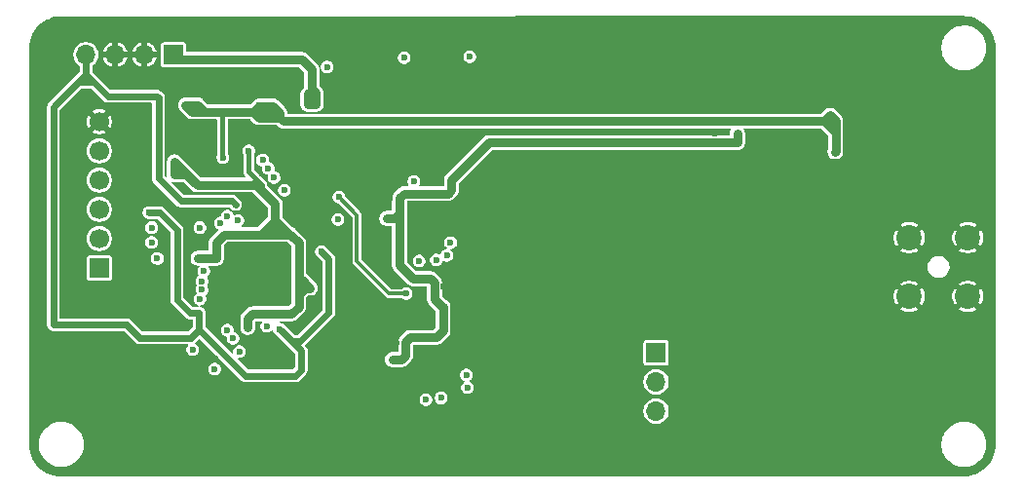
<source format=gbr>
%TF.GenerationSoftware,KiCad,Pcbnew,9.0.1-9.0.1-0~ubuntu24.04.1*%
%TF.CreationDate,2025-04-20T16:10:42+07:00*%
%TF.ProjectId,Gateway PCB v2,47617465-7761-4792-9050-43422076322e,rev?*%
%TF.SameCoordinates,Original*%
%TF.FileFunction,Copper,L3,Inr*%
%TF.FilePolarity,Positive*%
%FSLAX46Y46*%
G04 Gerber Fmt 4.6, Leading zero omitted, Abs format (unit mm)*
G04 Created by KiCad (PCBNEW 9.0.1-9.0.1-0~ubuntu24.04.1) date 2025-04-20 16:10:42*
%MOMM*%
%LPD*%
G01*
G04 APERTURE LIST*
%TA.AperFunction,ComponentPad*%
%ADD10R,1.700000X1.700000*%
%TD*%
%TA.AperFunction,ComponentPad*%
%ADD11C,1.700000*%
%TD*%
%TA.AperFunction,ComponentPad*%
%ADD12O,1.700000X1.700000*%
%TD*%
%TA.AperFunction,ComponentPad*%
%ADD13C,2.200000*%
%TD*%
%TA.AperFunction,ViaPad*%
%ADD14C,0.600000*%
%TD*%
%TA.AperFunction,Conductor*%
%ADD15C,0.600000*%
%TD*%
%TA.AperFunction,Conductor*%
%ADD16C,0.800000*%
%TD*%
%TA.AperFunction,Conductor*%
%ADD17C,0.400000*%
%TD*%
%TA.AperFunction,Conductor*%
%ADD18C,0.300000*%
%TD*%
G04 APERTURE END LIST*
D10*
%TO.N,EX_HOST_SCK*%
%TO.C,J3*%
X65850000Y-82595000D03*
D11*
%TO.N,EX_HOST_MOSI*%
X65850000Y-80055000D03*
%TO.N,EX_HOST_MISO*%
X65850000Y-77515000D03*
%TO.N,EX_HOST_RESET*%
X65850000Y-74975000D03*
%TO.N,EX_HOST_CSN*%
X65850000Y-72435000D03*
%TO.N,GND*%
X65850000Y-69895000D03*
%TD*%
D10*
%TO.N,5V*%
%TO.C,J2*%
X72320000Y-64100000D03*
D12*
%TO.N,GND*%
X69780000Y-64100000D03*
X67240000Y-64100000D03*
%TO.N,3.3V*%
X64700000Y-64100000D03*
%TD*%
D13*
%TO.N,GND*%
%TO.C,J1*%
X141337500Y-79982500D03*
X136237500Y-79982500D03*
X141337500Y-85082500D03*
X136237500Y-85082500D03*
%TD*%
D10*
%TO.N,CSD*%
%TO.C,J4*%
X114250000Y-89965000D03*
D12*
%TO.N,PA_ON*%
X114250000Y-92505000D03*
%TO.N,TXRX*%
X114250000Y-95045000D03*
%TD*%
D14*
%TO.N,1.2V*%
X81122499Y-78447124D03*
X84177502Y-84367501D03*
X72387500Y-73412500D03*
X78755000Y-87780000D03*
X78850000Y-72450000D03*
X72387500Y-74512500D03*
X73587500Y-74612500D03*
X74447500Y-81776250D03*
%TO.N,VDD_RF*%
X121287500Y-70912500D03*
X90837500Y-78302500D03*
X91325000Y-90572500D03*
X96455000Y-74980000D03*
X95727500Y-85982500D03*
%TO.N,5V*%
X84400000Y-68395000D03*
%TO.N,3.3V*%
X74517500Y-86527500D03*
X81487500Y-87912500D03*
X77700000Y-77100000D03*
X85161749Y-81212500D03*
X81950000Y-75845000D03*
X70150000Y-77800000D03*
%TO.N,TXCO 32M*%
X86687500Y-76450000D03*
X92517500Y-84842500D03*
%TO.N,SX1302_CSD*%
X74787500Y-83762500D03*
X75887500Y-91412500D03*
%TO.N,SX1302_TXRX*%
X74787500Y-84512500D03*
X73987500Y-89712500D03*
%TO.N,EX_HOST_MISO*%
X70400000Y-79100000D03*
%TO.N,EX_HOST_CSN*%
X74600000Y-79100000D03*
%TO.N,EX_HOST_RESET*%
X74932500Y-82900000D03*
%TO.N,GND*%
X109689583Y-68845000D03*
X81625000Y-94870000D03*
X103087500Y-87512500D03*
X102250543Y-70845000D03*
X106387500Y-84145000D03*
X128400000Y-68945000D03*
X124887500Y-67445000D03*
X129626000Y-84670000D03*
X104350000Y-91245000D03*
X124950000Y-68845000D03*
X105123370Y-70845000D03*
X134310000Y-77945000D03*
X131709000Y-77695000D03*
X127450000Y-73845000D03*
X71350000Y-95158125D03*
X84107143Y-98345000D03*
X115187500Y-74762500D03*
X106125000Y-79045000D03*
X96787500Y-85212500D03*
X75250000Y-95231875D03*
X79027499Y-81012500D03*
X79037500Y-82132500D03*
X85885714Y-98345000D03*
X98887500Y-87512500D03*
X101800000Y-74120000D03*
X131650000Y-71845000D03*
X74750000Y-70145000D03*
X104800000Y-79145000D03*
X128814000Y-80670000D03*
X135415000Y-87045000D03*
X112741667Y-68845000D03*
X82500000Y-94070000D03*
X82328571Y-98345000D03*
X115685455Y-97470000D03*
X131709000Y-76295000D03*
X71350000Y-89545000D03*
X92903125Y-68845000D03*
X113850000Y-85445000D03*
X94854167Y-72012500D03*
X124287500Y-74012500D03*
X91087500Y-71612500D03*
X138750000Y-77945000D03*
X98067500Y-80752500D03*
X89851042Y-68845000D03*
X131675000Y-95295000D03*
X126638000Y-84670000D03*
X129529500Y-76295000D03*
X80437500Y-83812500D03*
X73287500Y-70145000D03*
X111215625Y-68845000D03*
X137625000Y-87045000D03*
X111395833Y-87020000D03*
X117319792Y-68845000D03*
X80387500Y-80962500D03*
X129529500Y-77695000D03*
X106250000Y-94845000D03*
X112187500Y-77112500D03*
X96787500Y-88612500D03*
X114550000Y-84845000D03*
X107150000Y-89945000D03*
X112450000Y-75145000D03*
X108750000Y-92845000D03*
X76850000Y-91745000D03*
X83375000Y-94870000D03*
X120950000Y-63745000D03*
X130450000Y-73845000D03*
X97987500Y-87012500D03*
X113587500Y-81812500D03*
X112300000Y-82995000D03*
X106887500Y-77412500D03*
X120750000Y-84145000D03*
X113587500Y-75512500D03*
X99987500Y-73312500D03*
X87543249Y-81261000D03*
X86050000Y-67245000D03*
X108508333Y-86212500D03*
X86800000Y-94845000D03*
X81050000Y-95745000D03*
X129683000Y-93045000D03*
X114587500Y-79312500D03*
X131709000Y-79245000D03*
X77637500Y-80962500D03*
X118650000Y-93420000D03*
X89287500Y-86412500D03*
X79050000Y-85245000D03*
X113741848Y-70845000D03*
X108787500Y-77312500D03*
X122358000Y-80670000D03*
X104087500Y-84412500D03*
X131675000Y-91095000D03*
X119825000Y-91095000D03*
X72050000Y-68978333D03*
X80550000Y-98345000D03*
X105887500Y-77412500D03*
X107642045Y-72712500D03*
X123707000Y-87145000D03*
X125699000Y-74945000D03*
X124970000Y-85445000D03*
X115150000Y-73545000D03*
X123930000Y-85445000D03*
X84487500Y-89312500D03*
X107996196Y-70845000D03*
X128046000Y-83645000D03*
X134310000Y-81445000D03*
X111387500Y-78312500D03*
X85141667Y-77445000D03*
X91087500Y-76612500D03*
X78987500Y-83812500D03*
X124860000Y-79900000D03*
X129683000Y-87145000D03*
X127634000Y-84670000D03*
X126337200Y-81445000D03*
X87886413Y-70845000D03*
X82728571Y-95745000D03*
X138850000Y-90245000D03*
X130687500Y-67612500D03*
X78150000Y-76345000D03*
X91121429Y-95745000D03*
X73450000Y-96770000D03*
X85900000Y-94070000D03*
X95955208Y-68845000D03*
X129529500Y-79245000D03*
X110360417Y-83270000D03*
X104916667Y-75145000D03*
X131618000Y-84670000D03*
X117750000Y-89995000D03*
X89442857Y-98345000D03*
X111950000Y-95845000D03*
X105550000Y-88145000D03*
X94778571Y-98345000D03*
X127450000Y-79245000D03*
X117750000Y-87720000D03*
X131210000Y-85445000D03*
X104187500Y-80712500D03*
X143150000Y-87045000D03*
X121715000Y-97470000D03*
X77637500Y-83162500D03*
X119350000Y-70912500D03*
X123707000Y-91095000D03*
X103585417Y-68845000D03*
X110118182Y-74120000D03*
X103050000Y-81520000D03*
X123650000Y-84670000D03*
X106750000Y-93912500D03*
X100533333Y-68845000D03*
X110869022Y-70845000D03*
X101650000Y-81545000D03*
X115325000Y-85045000D03*
X67450000Y-97445000D03*
X135450000Y-77945000D03*
X75250000Y-96820000D03*
X109075000Y-87020000D03*
X71350000Y-86653750D03*
X101192857Y-95745000D03*
X130966000Y-80670000D03*
X98694565Y-67445000D03*
X106887500Y-78312500D03*
X125699000Y-95295000D03*
X116687500Y-82212500D03*
X117717273Y-97470000D03*
X75300000Y-98345000D03*
X117587500Y-80212500D03*
X115250000Y-81745000D03*
X104087500Y-78612500D03*
X97987500Y-88012500D03*
X79100000Y-67245000D03*
X77637500Y-85262500D03*
X123254167Y-74012500D03*
X119687500Y-82362500D03*
X103661111Y-75145000D03*
X96220833Y-72012500D03*
X98335714Y-98345000D03*
X71350000Y-93555625D03*
X125699000Y-87145000D03*
X119825000Y-95295000D03*
X106559783Y-70845000D03*
X100387500Y-91845000D03*
X117750000Y-92270000D03*
X112887500Y-81012500D03*
X128630000Y-84670000D03*
X138730000Y-87045000D03*
X89887500Y-71612500D03*
X129130000Y-85445000D03*
X93487500Y-72012500D03*
X125699000Y-89120000D03*
X88325000Y-68845000D03*
X89187500Y-84312500D03*
X105450000Y-98345000D03*
X94072283Y-67445000D03*
X99377717Y-70845000D03*
X143150000Y-77945000D03*
X71350000Y-84026250D03*
X121715000Y-87170000D03*
X105687500Y-80612500D03*
X119687500Y-81212500D03*
X75950000Y-94545000D03*
X103316848Y-67445000D03*
X96787500Y-86212500D03*
X96504891Y-70845000D03*
X93632065Y-70845000D03*
X78950000Y-98345000D03*
X127738000Y-80670000D03*
X102059375Y-68845000D03*
X89287500Y-88012500D03*
X100114286Y-98345000D03*
X105127273Y-74120000D03*
X111194444Y-75145000D03*
X127691000Y-87145000D03*
X88105159Y-73312500D03*
X99987500Y-74312500D03*
X123434000Y-80670000D03*
X143150000Y-83632500D03*
X78250000Y-93145000D03*
X80800000Y-94070000D03*
X120371875Y-68845000D03*
X82887500Y-75812500D03*
X97987500Y-89112500D03*
X79727500Y-83182500D03*
X130622000Y-84670000D03*
X101875000Y-91845000D03*
X115787500Y-83112500D03*
X109150000Y-94845000D03*
X122890000Y-85445000D03*
X109938889Y-75145000D03*
X138850000Y-75045000D03*
X114258333Y-87845000D03*
X111520833Y-83270000D03*
X100987500Y-72712500D03*
X73450000Y-95181875D03*
X115960227Y-72712500D03*
X119825000Y-93045000D03*
X134310000Y-85845000D03*
X118650000Y-95695000D03*
X89322826Y-70845000D03*
X106754167Y-87020000D03*
X141330000Y-82515000D03*
X121715000Y-89145000D03*
X84387500Y-86612500D03*
X99514286Y-95745000D03*
X103671429Y-98345000D03*
X106425000Y-81395000D03*
X100087500Y-82512500D03*
X96557143Y-98345000D03*
X101137500Y-92570000D03*
X111020652Y-67445000D03*
X90087500Y-85012500D03*
X73475000Y-98345000D03*
X143150000Y-79082500D03*
X119749091Y-97470000D03*
X132350000Y-69645000D03*
X103187500Y-88512500D03*
X125586000Y-80670000D03*
X115642935Y-67445000D03*
X97153804Y-67445000D03*
X108039583Y-83270000D03*
X143150000Y-81357500D03*
X115350000Y-87820000D03*
X64350000Y-93945000D03*
X129327600Y-81445000D03*
X136550000Y-77945000D03*
X104387500Y-90412500D03*
X91377083Y-68845000D03*
X96157143Y-95745000D03*
X114102174Y-67445000D03*
X98057500Y-82322500D03*
X113150000Y-83445000D03*
X77250000Y-67245000D03*
X135850000Y-97445000D03*
X134310000Y-87045000D03*
X112305435Y-70845000D03*
X139850000Y-77945000D03*
X134310000Y-83765000D03*
X114296591Y-72712500D03*
X102651136Y-72712500D03*
X85287500Y-88512500D03*
X87487500Y-89012500D03*
X99987500Y-75412500D03*
X104087500Y-82112500D03*
X84407143Y-95745000D03*
X122654000Y-84670000D03*
X75400000Y-67245000D03*
X112187500Y-84145000D03*
X94478571Y-95745000D03*
X108750000Y-91045000D03*
X75200000Y-77900000D03*
X91637500Y-73312500D03*
X75950000Y-90445000D03*
X117750000Y-94545000D03*
X110829167Y-86212500D03*
X93000000Y-98345000D03*
X106172222Y-75145000D03*
X100087500Y-80512500D03*
X103463636Y-74120000D03*
X82650000Y-78345000D03*
X132350000Y-68545000D03*
X129890000Y-80670000D03*
X114587500Y-77112500D03*
X110487500Y-77312500D03*
X116387500Y-79112500D03*
X123346800Y-81445000D03*
X86637500Y-77445000D03*
X122220833Y-74012500D03*
X106400000Y-82570000D03*
X77075000Y-96845000D03*
X99287500Y-91845000D03*
X86487500Y-75212500D03*
X115187500Y-75945000D03*
X104550000Y-95745000D03*
X71350000Y-98345000D03*
X109887500Y-78312500D03*
X118650000Y-88870000D03*
X92195652Y-70845000D03*
X110969318Y-72712500D03*
X106187500Y-86212500D03*
X118845833Y-68845000D03*
X87764286Y-95745000D03*
X115087500Y-80212500D03*
X134310000Y-80278333D03*
X104087500Y-86812500D03*
X111687500Y-79312500D03*
X90990761Y-67445000D03*
X88105159Y-75917421D03*
X80387500Y-82132500D03*
X143150000Y-82495000D03*
X103686957Y-70845000D03*
X139835000Y-87045000D03*
X103362500Y-91845000D03*
X87387500Y-71612500D03*
X132318000Y-81745000D03*
X91687500Y-89112500D03*
X117750000Y-85445000D03*
X80950000Y-67245000D03*
X99487500Y-78612500D03*
X129529500Y-74945000D03*
X84887500Y-78345000D03*
X87664286Y-98345000D03*
X112050000Y-89145000D03*
X114587500Y-78212500D03*
X116387500Y-77012500D03*
X71350000Y-90595000D03*
X72050000Y-72445000D03*
X96887500Y-84212500D03*
X71350000Y-91967500D03*
X107150000Y-97745000D03*
X113653636Y-97470000D03*
X125699000Y-93045000D03*
X118587500Y-81212500D03*
X135350000Y-63745000D03*
X124646000Y-84670000D03*
X102405556Y-75145000D03*
X86085714Y-95745000D03*
X113150000Y-86212500D03*
X101687500Y-87512500D03*
X126662000Y-80670000D03*
X88587500Y-90612500D03*
X71350000Y-87845000D03*
X107427778Y-75145000D03*
X99067500Y-83672500D03*
X121400000Y-83250000D03*
X132042000Y-80670000D03*
X116387500Y-78012500D03*
X71350000Y-85345000D03*
X131709000Y-74945000D03*
X74450000Y-93145000D03*
X97587500Y-72012500D03*
X127450000Y-76295000D03*
X128090000Y-85445000D03*
X121850000Y-85445000D03*
X99007292Y-68845000D03*
X132350000Y-70745000D03*
X105978409Y-72712500D03*
X131675000Y-93045000D03*
X89287500Y-89612500D03*
X125950000Y-73845000D03*
X92800000Y-95745000D03*
X127050000Y-83645000D03*
X124510000Y-80670000D03*
X94429167Y-68845000D03*
X73050000Y-91845000D03*
X89937500Y-73312500D03*
X118587500Y-82362500D03*
X129683000Y-89120000D03*
X107914583Y-87020000D03*
X97941304Y-70845000D03*
X136520000Y-87045000D03*
X101987500Y-88512500D03*
X131750000Y-67645000D03*
X109432609Y-70845000D03*
X86487500Y-72312500D03*
X81477502Y-81012500D03*
X95068478Y-70845000D03*
X89450000Y-67445000D03*
X64350000Y-89045000D03*
X132146000Y-83345000D03*
X128400000Y-67645000D03*
X84200000Y-94070000D03*
X72050000Y-70711667D03*
X105587500Y-87012500D03*
X109479891Y-67445000D03*
X121805978Y-67445000D03*
X82150000Y-77445000D03*
X90759239Y-70845000D03*
X125340400Y-81445000D03*
X130170000Y-85445000D03*
X138850000Y-68345000D03*
X137650000Y-77945000D03*
X127691000Y-97445000D03*
X106550000Y-63745000D03*
X129683000Y-95295000D03*
X87587500Y-90212500D03*
X93037500Y-74112500D03*
X96787500Y-93812500D03*
X102871429Y-95745000D03*
X125087500Y-73312500D03*
X138850000Y-85115000D03*
X101892857Y-98345000D03*
X99287500Y-94770000D03*
X109590000Y-97470000D03*
X128150000Y-63745000D03*
X114050000Y-82645000D03*
X125699000Y-91095000D03*
X77350000Y-95945000D03*
X88105159Y-74745000D03*
X121658000Y-84670000D03*
X142050000Y-77945000D03*
X82850000Y-74745000D03*
X91221429Y-98345000D03*
X138850000Y-94745000D03*
X97481250Y-68845000D03*
X127691000Y-95295000D03*
X105687500Y-83345000D03*
X100087500Y-81512500D03*
X120265217Y-67445000D03*
X117183696Y-67445000D03*
X91937500Y-74445000D03*
X116387500Y-80212500D03*
X131675000Y-89120000D03*
X77637500Y-82132500D03*
X108150000Y-96745000D03*
X130324400Y-81745000D03*
X111781818Y-74120000D03*
X95787500Y-84212500D03*
X107950000Y-89345000D03*
X108163542Y-68845000D03*
X101776087Y-67445000D03*
X88787500Y-71612500D03*
X123707000Y-89120000D03*
X96387500Y-73612500D03*
X113445455Y-74120000D03*
X106750000Y-92912500D03*
X105387500Y-89312500D03*
X107347917Y-86212500D03*
X109637500Y-77312500D03*
X100787500Y-88512500D03*
X128330800Y-81445000D03*
X138850000Y-79865000D03*
X118650000Y-91145000D03*
X102187500Y-80512500D03*
X107547500Y-84145000D03*
X107939130Y-67445000D03*
X113166667Y-87845000D03*
X106750000Y-90912500D03*
X92531522Y-67445000D03*
X77125000Y-98345000D03*
X115325000Y-86432500D03*
X104087500Y-85712500D03*
X142045000Y-87045000D03*
X100587500Y-78612500D03*
X119287500Y-72712500D03*
X106425000Y-80020000D03*
X108454545Y-74120000D03*
X131150000Y-83345000D03*
X127450000Y-77695000D03*
X118724457Y-67445000D03*
X113750000Y-63745000D03*
X130154000Y-83345000D03*
X73550000Y-67245000D03*
X111016667Y-89145000D03*
X131321200Y-81745000D03*
X121715000Y-91120000D03*
X123346739Y-67445000D03*
X143150000Y-85907500D03*
X108683333Y-75145000D03*
X86487500Y-73712500D03*
X103987500Y-88112500D03*
X109983333Y-89145000D03*
X131675000Y-87145000D03*
X109668750Y-86212500D03*
X117623864Y-72712500D03*
X95613043Y-67445000D03*
X64350000Y-67645000D03*
X110235417Y-87020000D03*
X134310000Y-84805000D03*
X112075000Y-87845000D03*
X112487500Y-80012500D03*
X100287500Y-87512500D03*
X131650000Y-73145000D03*
X109305682Y-72712500D03*
X109200000Y-83270000D03*
X104857609Y-67445000D03*
X105425000Y-79845000D03*
X99587500Y-88512500D03*
X79850000Y-63445000D03*
X101087500Y-80512500D03*
X81887500Y-83662500D03*
X106750000Y-92012500D03*
X88387500Y-85012500D03*
X88350000Y-77045000D03*
X104112500Y-92570000D03*
X123423958Y-68845000D03*
X127691000Y-89120000D03*
X80587500Y-85312500D03*
X97587500Y-83412500D03*
X100814130Y-70845000D03*
X104314773Y-72712500D03*
X123707000Y-97445000D03*
X113000000Y-82495000D03*
X104087500Y-83212500D03*
X121187500Y-74012500D03*
X116614674Y-70845000D03*
X143150000Y-84770000D03*
X131675000Y-97445000D03*
X140940000Y-87045000D03*
X125699000Y-97445000D03*
X128950000Y-73845000D03*
X143150000Y-80220000D03*
X129450000Y-67595000D03*
X123707000Y-93045000D03*
X83645833Y-77445000D03*
X126010000Y-85445000D03*
X81450000Y-70845000D03*
X106790909Y-74120000D03*
X102625000Y-92570000D03*
X111989583Y-86212500D03*
X104887500Y-77412500D03*
X122350000Y-81445000D03*
X85287500Y-90212500D03*
X106637500Y-68845000D03*
X73450000Y-93579375D03*
X108387500Y-78312500D03*
X127691000Y-93045000D03*
X124343600Y-81445000D03*
X108950000Y-89145000D03*
X105387500Y-78312500D03*
X112561413Y-67445000D03*
X87655000Y-84312500D03*
X122930000Y-79740000D03*
X115050000Y-83945000D03*
X127450000Y-74945000D03*
X89442857Y-95745000D03*
X115793750Y-68845000D03*
X129683000Y-97445000D03*
X72050000Y-67245000D03*
X115178261Y-70845000D03*
X119607500Y-87635000D03*
X123707000Y-95295000D03*
X87487500Y-86412500D03*
X119825000Y-89120000D03*
X112556250Y-87020000D03*
X81837500Y-82162500D03*
X112687500Y-77912500D03*
X83850000Y-73245000D03*
X71350000Y-96746250D03*
X87487500Y-87812500D03*
X121897917Y-68845000D03*
X99287500Y-93307500D03*
X106879167Y-83270000D03*
X110150000Y-95845000D03*
X125642000Y-84670000D03*
X81987500Y-85462500D03*
X108707500Y-84145000D03*
X118051087Y-70845000D03*
X92287500Y-71612500D03*
X121715000Y-93070000D03*
X114287500Y-76212500D03*
X105550000Y-95545000D03*
X79650000Y-94545000D03*
X85487500Y-71612500D03*
X121715000Y-95320000D03*
X100087500Y-83512500D03*
X112632955Y-72712500D03*
X97835714Y-95745000D03*
X127334000Y-81445000D03*
X109867500Y-84145000D03*
X71350000Y-82712500D03*
X101687500Y-78612500D03*
X105111458Y-68845000D03*
X82950000Y-73645000D03*
X127050000Y-85445000D03*
X105687500Y-81978750D03*
X129683000Y-91095000D03*
X111621818Y-97470000D03*
X127691000Y-91095000D03*
X111027500Y-84145000D03*
X140950000Y-77945000D03*
X134310000Y-79111667D03*
X132250000Y-85445000D03*
X119725000Y-85370000D03*
X98687500Y-90912500D03*
X106398370Y-67445000D03*
X78950000Y-97345000D03*
X101150000Y-75145000D03*
X100235326Y-67445000D03*
X86450000Y-70845000D03*
X114267708Y-68845000D03*
X102787500Y-78612500D03*
X85125000Y-94870000D03*
%TO.N,Net-(U1-GPIO[5])*%
X81050000Y-74745000D03*
X98050000Y-64245000D03*
%TO.N,Net-(D4-K)*%
X129887500Y-70805000D03*
X73487500Y-68412500D03*
X74387500Y-68412500D03*
X79750000Y-69345000D03*
X76587500Y-73012500D03*
X129787500Y-72512500D03*
X73987500Y-69012500D03*
X79787500Y-68512500D03*
%TO.N,Net-(U1-GPIO[4])*%
X80550000Y-73945000D03*
X92350000Y-64345000D03*
%TO.N,RADIO_A_MOSI*%
X95155000Y-81912500D03*
X76987500Y-78112500D03*
%TO.N,Net-(U1-GPIO[3])*%
X80050000Y-73245000D03*
X85650000Y-65145000D03*
%TO.N,RADIO_A_SCK*%
X77900000Y-78500000D03*
X96055000Y-81512500D03*
%TO.N,EX_HOST_SCK*%
X70900000Y-81800000D03*
%TO.N,EX_HOST_MOSI*%
X70400000Y-80400000D03*
%TO.N,RADIO_B_CSN*%
X97755000Y-91912500D03*
X78050000Y-89879851D03*
%TO.N,RADIO_A_IQ_2*%
X93187500Y-75112500D03*
X86587500Y-78412500D03*
%TO.N,RADIO_B_SCK*%
X97855000Y-93012500D03*
X77487500Y-88712500D03*
%TO.N,RADIOB_RESET*%
X80427501Y-87672499D03*
X94250000Y-94045000D03*
%TO.N,RADIOA_RESET*%
X74600000Y-85314496D03*
X93655000Y-82012500D03*
%TO.N,RADIO_B_MOSI*%
X76987500Y-88012500D03*
X95555000Y-93912500D03*
%TO.N,RADIO_A_CSN*%
X76387500Y-78712500D03*
X96387500Y-80412500D03*
%TD*%
D15*
%TO.N,1.2V*%
X81167499Y-79145000D02*
X81117499Y-79195000D01*
D16*
X74182500Y-75207500D02*
X74195000Y-75207500D01*
D15*
X81932500Y-79145000D02*
X81167499Y-79145000D01*
D16*
X83455001Y-83645000D02*
X84177502Y-84367501D01*
D17*
X79482500Y-74895000D02*
X78982500Y-75395000D01*
D16*
X83182500Y-83645000D02*
X83182500Y-85995000D01*
X74382500Y-75395000D02*
X78982500Y-75395000D01*
D17*
X79482500Y-74895000D02*
X79982500Y-75395000D01*
X79982500Y-75395000D02*
X79982500Y-75595000D01*
D16*
X72382500Y-74495000D02*
X72382500Y-73395000D01*
X83182500Y-84895000D02*
X83709999Y-84367501D01*
D17*
X79482500Y-74895000D02*
X79482500Y-75395000D01*
D16*
X83182500Y-83645000D02*
X83455001Y-83645000D01*
X76018750Y-80376250D02*
X76700000Y-79695000D01*
X72382500Y-73395000D02*
X74382500Y-75395000D01*
D15*
X81217124Y-78429624D02*
X82182500Y-79395000D01*
D16*
X76700000Y-79695000D02*
X82482500Y-79695000D01*
X79182500Y-86595000D02*
X78755000Y-87022500D01*
X78982500Y-75395000D02*
X79482500Y-75395000D01*
D17*
X78850000Y-72450000D02*
X78850000Y-74262500D01*
D16*
X81122499Y-79190000D02*
X81122499Y-77034999D01*
X73470000Y-74495000D02*
X73587500Y-74612500D01*
X82482500Y-79695000D02*
X83182500Y-80395000D01*
X80617499Y-79695000D02*
X81117499Y-79195000D01*
X78755000Y-87022500D02*
X78755000Y-87780000D01*
X73587500Y-74612500D02*
X74182500Y-75207500D01*
X72382500Y-74495000D02*
X73470000Y-74495000D01*
X83709999Y-84367501D02*
X84177502Y-84367501D01*
D17*
X78850000Y-74262500D02*
X79482500Y-74895000D01*
D16*
X83182500Y-80395000D02*
X83182500Y-83645000D01*
D15*
X81047876Y-78429624D02*
X79782500Y-79695000D01*
D16*
X76018750Y-81758750D02*
X74442500Y-81758750D01*
X81117499Y-79195000D02*
X81122499Y-79190000D01*
X76018750Y-81758750D02*
X76018750Y-80376250D01*
X82582500Y-86595000D02*
X79182500Y-86595000D01*
X76018750Y-81145000D02*
X76018750Y-81758750D01*
X81122499Y-77034999D02*
X79482500Y-75395000D01*
X83182500Y-85995000D02*
X82582500Y-86595000D01*
%TO.N,VDD_RF*%
X92350000Y-76145000D02*
X91950000Y-76545000D01*
X121287500Y-70912500D02*
X121317500Y-70942500D01*
X92487500Y-90207500D02*
X92122500Y-90572500D01*
X93150000Y-83545000D02*
X94650000Y-83545000D01*
X91950000Y-76545000D02*
X91950000Y-77345000D01*
X121317500Y-71712500D02*
X99722500Y-71712500D01*
X95727500Y-85982500D02*
X95727500Y-88067500D01*
X95150000Y-88645000D02*
X92850000Y-88645000D01*
X121317500Y-70942500D02*
X121317500Y-71712500D01*
X96455000Y-75840000D02*
X96150000Y-76145000D01*
X91950000Y-77845000D02*
X91492500Y-78302500D01*
X94987500Y-85307500D02*
X95662500Y-85982500D01*
X91950000Y-82345000D02*
X93150000Y-83545000D01*
X91950000Y-77345000D02*
X91950000Y-82345000D01*
X92487500Y-89007500D02*
X92487500Y-90207500D01*
X95727500Y-88067500D02*
X95150000Y-88645000D01*
X94987500Y-83882500D02*
X94987500Y-85307500D01*
X91492500Y-78302500D02*
X90837500Y-78302500D01*
X96455000Y-74980000D02*
X96455000Y-75840000D01*
X94650000Y-83545000D02*
X94987500Y-83882500D01*
X92122500Y-90572500D02*
X91325000Y-90572500D01*
X91950000Y-77345000D02*
X91950000Y-77845000D01*
X96150000Y-76145000D02*
X92350000Y-76145000D01*
X92850000Y-88645000D02*
X92487500Y-89007500D01*
X99722500Y-71712500D02*
X96455000Y-74980000D01*
X95662500Y-85982500D02*
X95727500Y-85982500D01*
%TO.N,5V*%
X84400000Y-67095000D02*
X84500000Y-67195000D01*
X84400000Y-67095000D02*
X84325000Y-67020000D01*
X84700000Y-68395000D02*
X83999997Y-68395000D01*
X72715000Y-64495000D02*
X72320000Y-64100000D01*
X84700000Y-67395000D02*
X84400000Y-67095000D01*
X83475000Y-64495000D02*
X72715000Y-64495000D01*
X84325000Y-65345000D02*
X83475000Y-64495000D01*
X84400000Y-67095000D02*
X84000000Y-67495000D01*
X84325000Y-67020000D02*
X84325000Y-65345000D01*
X84700000Y-68395000D02*
X84700000Y-67395000D01*
X83999997Y-68395000D02*
X83999997Y-67495003D01*
D15*
%TO.N,3.3V*%
X82900000Y-91995000D02*
X83400000Y-91495000D01*
X71000000Y-74825000D02*
X71000000Y-67795000D01*
X64700000Y-65795000D02*
X64700000Y-64495000D01*
X77400000Y-76800000D02*
X72975000Y-76800000D01*
X74517500Y-86527500D02*
X74507500Y-86517500D01*
X64100000Y-66395000D02*
X64150000Y-66445000D01*
X85800000Y-81850751D02*
X85800000Y-86495000D01*
X64150000Y-66445000D02*
X65350000Y-66445000D01*
X72600000Y-79300000D02*
X71100000Y-77800000D01*
X64100000Y-66395000D02*
X61850000Y-68645000D01*
X71000000Y-67795000D02*
X70900000Y-67695000D01*
X69373500Y-88668500D02*
X73806500Y-88668500D01*
X61850000Y-87545000D02*
X68250000Y-87545000D01*
X71100000Y-77800000D02*
X70150000Y-77800000D01*
X65350000Y-66445000D02*
X64700000Y-65795000D01*
X73806500Y-88668500D02*
X74540000Y-87935000D01*
X68250000Y-87545000D02*
X69373500Y-88668500D01*
X73717500Y-86517500D02*
X72600000Y-85400000D01*
X74507500Y-86517500D02*
X73717500Y-86517500D01*
X66600000Y-67695000D02*
X65350000Y-66445000D01*
X74540000Y-86530000D02*
X74540000Y-87935000D01*
X85800000Y-86495000D02*
X83300000Y-88995000D01*
X70900000Y-67695000D02*
X66600000Y-67695000D01*
X77700000Y-77100000D02*
X77400000Y-76800000D01*
X85161749Y-81212500D02*
X85800000Y-81850751D01*
X83300000Y-88995000D02*
X82600000Y-88995000D01*
X74517500Y-86527500D02*
X74537500Y-86527500D01*
X74537500Y-86527500D02*
X74540000Y-86530000D01*
X83400000Y-91495000D02*
X83400000Y-89795000D01*
X81517500Y-87912500D02*
X81487500Y-87912500D01*
X74540000Y-87935000D02*
X78600000Y-91995000D01*
X83400000Y-89795000D02*
X82600000Y-88995000D01*
X64700000Y-65795000D02*
X64100000Y-66395000D01*
X78600000Y-91995000D02*
X82900000Y-91995000D01*
X61850000Y-68645000D02*
X61850000Y-87545000D01*
X72975000Y-76800000D02*
X71000000Y-74825000D01*
X72600000Y-85400000D02*
X72600000Y-79300000D01*
X82600000Y-88995000D02*
X81517500Y-87912500D01*
D18*
%TO.N,TXCO 32M*%
X91047500Y-84842500D02*
X92517500Y-84842500D01*
X86687500Y-76450000D02*
X88250000Y-78012500D01*
X88250000Y-82045000D02*
X91047500Y-84842500D01*
X88250000Y-78012500D02*
X88250000Y-82045000D01*
D16*
%TO.N,Net-(D4-K)*%
X81550000Y-69545000D02*
X80950000Y-69545000D01*
X80150000Y-69545000D02*
X79750000Y-69545000D01*
X73350000Y-68445000D02*
X73450000Y-68445000D01*
X79750000Y-69545000D02*
X79250000Y-69045000D01*
X79750000Y-68545000D02*
X79250000Y-69045000D01*
X129850000Y-69845000D02*
X129850000Y-70837500D01*
X76650000Y-69045000D02*
X75050000Y-69045000D01*
X129753750Y-70741250D02*
X129850000Y-70837500D01*
X80150000Y-68545000D02*
X80150000Y-69545000D01*
X128850000Y-69845000D02*
X81850000Y-69845000D01*
X80150000Y-68545000D02*
X79750000Y-68545000D01*
X129850000Y-70837500D02*
X129850000Y-72450000D01*
X79250000Y-69045000D02*
X76650000Y-69045000D01*
X80350000Y-69145000D02*
X80950000Y-68545000D01*
X81850000Y-69845000D02*
X81550000Y-69545000D01*
X80950000Y-68545000D02*
X80950000Y-69545000D01*
X80950000Y-68545000D02*
X80150000Y-68545000D01*
X129350000Y-69345000D02*
X129850000Y-69845000D01*
X129350000Y-69345000D02*
X128850000Y-69845000D01*
D17*
X76550000Y-73045000D02*
X76550000Y-69145000D01*
D16*
X129850000Y-72450000D02*
X129787500Y-72512500D01*
X73450000Y-68445000D02*
X74350000Y-68445000D01*
X128857500Y-69845000D02*
X129753750Y-70741250D01*
X81550000Y-69145000D02*
X81550000Y-69545000D01*
X73950000Y-69045000D02*
X73350000Y-68445000D01*
X80950000Y-69545000D02*
X80150000Y-69545000D01*
X75050000Y-69045000D02*
X74450000Y-68445000D01*
X80950000Y-68545000D02*
X81550000Y-69145000D01*
X128850000Y-69845000D02*
X128857500Y-69845000D01*
X73950000Y-69045000D02*
X75050000Y-69045000D01*
%TD*%
%TA.AperFunction,Conductor*%
%TO.N,GND*%
G36*
X82231067Y-80363513D02*
G01*
X82513987Y-80646433D01*
X82532000Y-80689920D01*
X82532000Y-85700080D01*
X82513987Y-85743567D01*
X82331067Y-85926487D01*
X82287580Y-85944500D01*
X79118429Y-85944500D01*
X79054354Y-85957246D01*
X79005319Y-85967000D01*
X78997752Y-85968505D01*
X78992754Y-85969499D01*
X78992747Y-85969501D01*
X78874379Y-86018532D01*
X78874371Y-86018536D01*
X78767827Y-86089725D01*
X78249724Y-86607828D01*
X78232906Y-86632999D01*
X78183137Y-86707485D01*
X78183136Y-86707487D01*
X78178536Y-86714371D01*
X78178534Y-86714374D01*
X78129498Y-86832756D01*
X78129497Y-86832761D01*
X78104500Y-86958427D01*
X78104500Y-87844072D01*
X78129497Y-87969738D01*
X78129501Y-87969752D01*
X78170420Y-88068536D01*
X78178535Y-88088127D01*
X78203159Y-88124980D01*
X78249723Y-88194668D01*
X78340331Y-88285276D01*
X78340330Y-88285276D01*
X78393781Y-88320990D01*
X78446873Y-88356465D01*
X78490367Y-88374481D01*
X78565247Y-88405498D01*
X78565252Y-88405499D01*
X78565256Y-88405501D01*
X78690927Y-88430499D01*
X78690928Y-88430500D01*
X78690931Y-88430500D01*
X78819072Y-88430500D01*
X78819072Y-88430499D01*
X78944744Y-88405501D01*
X78944749Y-88405498D01*
X78944752Y-88405498D01*
X78982311Y-88389940D01*
X79063127Y-88356465D01*
X79169669Y-88285276D01*
X79260276Y-88194669D01*
X79331465Y-88088127D01*
X79380501Y-87969744D01*
X79405499Y-87844072D01*
X79405500Y-87844072D01*
X79405500Y-87317420D01*
X79423513Y-87273933D01*
X79433933Y-87263513D01*
X79477420Y-87245500D01*
X79931846Y-87245500D01*
X79975333Y-87263513D01*
X79993346Y-87307000D01*
X79985107Y-87337747D01*
X79949447Y-87399514D01*
X79914517Y-87460014D01*
X79914515Y-87460018D01*
X79877001Y-87600021D01*
X79877001Y-87744976D01*
X79914515Y-87884979D01*
X79914516Y-87884981D01*
X79914517Y-87884984D01*
X79986992Y-88010514D01*
X80089486Y-88113008D01*
X80215016Y-88185483D01*
X80215020Y-88185484D01*
X80355024Y-88222999D01*
X80355026Y-88222999D01*
X80499977Y-88222999D01*
X80561707Y-88206457D01*
X80639986Y-88185483D01*
X80765516Y-88113008D01*
X80852497Y-88026026D01*
X80895983Y-88008014D01*
X80939470Y-88026027D01*
X80955387Y-88053596D01*
X80974514Y-88124980D01*
X80974515Y-88124982D01*
X80974516Y-88124985D01*
X81046991Y-88250515D01*
X81149485Y-88353009D01*
X81213452Y-88389940D01*
X81226189Y-88399714D01*
X82831487Y-90005012D01*
X82849500Y-90048499D01*
X82849500Y-91241501D01*
X82831487Y-91284988D01*
X82689988Y-91426487D01*
X82646501Y-91444500D01*
X78853499Y-91444500D01*
X78810012Y-91426487D01*
X77916272Y-90532747D01*
X77898259Y-90489260D01*
X77916272Y-90445773D01*
X77959759Y-90427760D01*
X77975681Y-90429857D01*
X77977524Y-90430351D01*
X77977525Y-90430351D01*
X78122476Y-90430351D01*
X78184206Y-90413809D01*
X78262485Y-90392835D01*
X78388015Y-90320360D01*
X78490509Y-90217866D01*
X78562984Y-90092336D01*
X78581556Y-90023025D01*
X78600500Y-89952328D01*
X78600500Y-89807373D01*
X78562985Y-89667370D01*
X78562984Y-89667366D01*
X78490509Y-89541836D01*
X78388015Y-89439342D01*
X78262485Y-89366867D01*
X78262482Y-89366866D01*
X78262480Y-89366865D01*
X78122477Y-89329351D01*
X78122475Y-89329351D01*
X77977525Y-89329351D01*
X77977523Y-89329351D01*
X77837519Y-89366865D01*
X77837515Y-89366867D01*
X77711986Y-89439341D01*
X77711981Y-89439345D01*
X77609494Y-89541832D01*
X77609490Y-89541837D01*
X77537016Y-89667366D01*
X77537014Y-89667370D01*
X77499500Y-89807373D01*
X77499500Y-89952328D01*
X77499499Y-89952328D01*
X77499995Y-89954176D01*
X77499869Y-89955132D01*
X77500026Y-89956325D01*
X77499706Y-89956367D01*
X77493849Y-90000844D01*
X77456505Y-90029496D01*
X77409837Y-90023350D01*
X77397103Y-90013578D01*
X75323547Y-87940022D01*
X76437000Y-87940022D01*
X76437000Y-88084977D01*
X76474514Y-88224980D01*
X76474515Y-88224982D01*
X76474516Y-88224985D01*
X76546991Y-88350515D01*
X76649485Y-88453009D01*
X76775015Y-88525484D01*
X76775019Y-88525485D01*
X76775021Y-88525486D01*
X76895379Y-88557736D01*
X76932723Y-88586390D01*
X76938867Y-88633056D01*
X76937000Y-88640024D01*
X76937000Y-88784977D01*
X76974514Y-88924980D01*
X76974515Y-88924982D01*
X76974516Y-88924985D01*
X77046991Y-89050515D01*
X77149485Y-89153009D01*
X77275015Y-89225484D01*
X77275019Y-89225485D01*
X77415023Y-89263000D01*
X77415025Y-89263000D01*
X77559976Y-89263000D01*
X77621706Y-89246458D01*
X77699985Y-89225484D01*
X77825515Y-89153009D01*
X77928009Y-89050515D01*
X78000484Y-88924985D01*
X78029215Y-88817761D01*
X78038000Y-88784977D01*
X78038000Y-88640022D01*
X78000485Y-88500019D01*
X78000484Y-88500015D01*
X77928009Y-88374485D01*
X77825515Y-88271991D01*
X77699985Y-88199516D01*
X77699982Y-88199515D01*
X77699980Y-88199514D01*
X77579619Y-88167263D01*
X77542276Y-88138609D01*
X77536133Y-88091941D01*
X77538000Y-88084975D01*
X77538000Y-87940025D01*
X77538000Y-87940022D01*
X77500485Y-87800019D01*
X77500484Y-87800015D01*
X77428009Y-87674485D01*
X77325515Y-87571991D01*
X77199985Y-87499516D01*
X77199982Y-87499515D01*
X77199980Y-87499514D01*
X77059977Y-87462000D01*
X77059975Y-87462000D01*
X76915025Y-87462000D01*
X76915023Y-87462000D01*
X76775019Y-87499514D01*
X76775015Y-87499516D01*
X76649486Y-87571990D01*
X76649481Y-87571994D01*
X76546994Y-87674481D01*
X76546990Y-87674486D01*
X76474516Y-87800015D01*
X76474514Y-87800019D01*
X76437000Y-87940022D01*
X75323547Y-87940022D01*
X75108513Y-87724988D01*
X75090500Y-87681501D01*
X75090500Y-86457522D01*
X75052985Y-86317519D01*
X75052984Y-86317515D01*
X75001541Y-86228413D01*
X75001541Y-86228412D01*
X74980510Y-86191985D01*
X74875518Y-86086993D01*
X74875517Y-86086992D01*
X74875515Y-86086990D01*
X74749985Y-86014516D01*
X74749982Y-86014515D01*
X74749980Y-86014514D01*
X74734147Y-86010272D01*
X74732859Y-86009912D01*
X74725735Y-86007836D01*
X74719985Y-86004516D01*
X74649869Y-85985728D01*
X74649223Y-85985540D01*
X74631355Y-85971201D01*
X74613168Y-85957246D01*
X74613073Y-85956530D01*
X74612512Y-85956080D01*
X74610015Y-85933297D01*
X74607025Y-85910578D01*
X74607463Y-85910006D01*
X74607385Y-85909290D01*
X74621723Y-85891422D01*
X74635679Y-85873235D01*
X74636493Y-85873016D01*
X74636845Y-85872579D01*
X74639014Y-85872341D01*
X74666429Y-85864996D01*
X74672476Y-85864996D01*
X74750026Y-85844216D01*
X74812485Y-85827480D01*
X74938015Y-85755005D01*
X75040509Y-85652511D01*
X75112984Y-85526981D01*
X75145392Y-85406035D01*
X75150500Y-85386973D01*
X75150500Y-85242018D01*
X75112985Y-85102015D01*
X75112984Y-85102011D01*
X75082345Y-85048944D01*
X75076201Y-85002278D01*
X75104852Y-84964938D01*
X75125515Y-84953009D01*
X75228009Y-84850515D01*
X75300484Y-84724985D01*
X75324254Y-84636276D01*
X75338000Y-84584977D01*
X75338000Y-84440022D01*
X75301399Y-84303429D01*
X75300484Y-84300015D01*
X75228009Y-84174485D01*
X75228007Y-84174483D01*
X75225993Y-84170994D01*
X75227126Y-84170339D01*
X75216173Y-84129479D01*
X75226583Y-84104346D01*
X75225993Y-84104006D01*
X75228009Y-84100515D01*
X75300484Y-83974985D01*
X75315040Y-83920658D01*
X75338000Y-83834977D01*
X75338000Y-83690022D01*
X75300485Y-83550019D01*
X75300484Y-83550015D01*
X75261792Y-83482999D01*
X75233023Y-83433169D01*
X75226879Y-83386502D01*
X75255533Y-83349159D01*
X75255534Y-83349158D01*
X75270515Y-83340509D01*
X75373009Y-83238015D01*
X75445484Y-83112485D01*
X75464981Y-83039723D01*
X75483000Y-82972477D01*
X75483000Y-82827522D01*
X75445485Y-82687519D01*
X75445484Y-82687515D01*
X75373009Y-82561985D01*
X75325261Y-82514237D01*
X75307248Y-82470750D01*
X75325261Y-82427263D01*
X75368748Y-82409250D01*
X76082822Y-82409250D01*
X76082822Y-82409249D01*
X76208494Y-82384251D01*
X76208499Y-82384248D01*
X76208502Y-82384248D01*
X76239109Y-82371569D01*
X76326877Y-82335215D01*
X76433419Y-82264026D01*
X76524026Y-82173419D01*
X76595215Y-82066877D01*
X76642381Y-81953009D01*
X76644248Y-81948502D01*
X76644248Y-81948499D01*
X76644251Y-81948494D01*
X76669249Y-81822822D01*
X76669250Y-81822822D01*
X76669250Y-80671170D01*
X76687263Y-80627683D01*
X76951433Y-80363513D01*
X76994920Y-80345500D01*
X82187580Y-80345500D01*
X82231067Y-80363513D01*
G37*
%TD.AperFunction*%
%TA.AperFunction,Conductor*%
G36*
X65139988Y-67013513D02*
G01*
X66261985Y-68135510D01*
X66373712Y-68200015D01*
X66373711Y-68200015D01*
X66387507Y-68207980D01*
X66387510Y-68207981D01*
X66387515Y-68207984D01*
X66387519Y-68207985D01*
X66527523Y-68245500D01*
X66527525Y-68245500D01*
X66527526Y-68245500D01*
X66672474Y-68245500D01*
X70388000Y-68245500D01*
X70431487Y-68263513D01*
X70449500Y-68307000D01*
X70449500Y-74897477D01*
X70473142Y-74985707D01*
X70473142Y-74985708D01*
X70487013Y-75037478D01*
X70487015Y-75037482D01*
X70487016Y-75037485D01*
X70559490Y-75163015D01*
X72636985Y-77240510D01*
X72717537Y-77287016D01*
X72761651Y-77312485D01*
X72761649Y-77312487D01*
X72761658Y-77312489D01*
X72762515Y-77312984D01*
X72762519Y-77312985D01*
X72902523Y-77350500D01*
X72902525Y-77350500D01*
X72902526Y-77350500D01*
X73047474Y-77350500D01*
X77146501Y-77350500D01*
X77189988Y-77368513D01*
X77361985Y-77540510D01*
X77467816Y-77601611D01*
X77467815Y-77601611D01*
X77484278Y-77611115D01*
X77487515Y-77612984D01*
X77487519Y-77612985D01*
X77627523Y-77650500D01*
X77627525Y-77650500D01*
X77772476Y-77650500D01*
X77834206Y-77633958D01*
X77912485Y-77612984D01*
X77932184Y-77601611D01*
X78038015Y-77540510D01*
X78140510Y-77438015D01*
X78212984Y-77312485D01*
X78212986Y-77312478D01*
X78221439Y-77280932D01*
X78221439Y-77280931D01*
X78250500Y-77172477D01*
X78250500Y-77027522D01*
X78212985Y-76887519D01*
X78212984Y-76887515D01*
X78204300Y-76872474D01*
X78140510Y-76761985D01*
X77738015Y-76359490D01*
X77612485Y-76287016D01*
X77606861Y-76285509D01*
X77606846Y-76285505D01*
X77472477Y-76249500D01*
X77472475Y-76249500D01*
X73228499Y-76249500D01*
X73185012Y-76231487D01*
X72187903Y-75234378D01*
X72169890Y-75190891D01*
X72187903Y-75147404D01*
X72231390Y-75129391D01*
X72243389Y-75130573D01*
X72318429Y-75145500D01*
X72318431Y-75145500D01*
X73175080Y-75145500D01*
X73218567Y-75163513D01*
X73767826Y-75712773D01*
X73767832Y-75712778D01*
X73800467Y-75734584D01*
X73809787Y-75742232D01*
X73967831Y-75900276D01*
X73967830Y-75900276D01*
X73993571Y-75917475D01*
X74074373Y-75971465D01*
X74121726Y-75991079D01*
X74192747Y-76020498D01*
X74192752Y-76020499D01*
X74192756Y-76020501D01*
X74318427Y-76045499D01*
X74318428Y-76045500D01*
X74318431Y-76045500D01*
X78918431Y-76045500D01*
X79187580Y-76045500D01*
X79231067Y-76063513D01*
X80453986Y-77286432D01*
X80471999Y-77329919D01*
X80471999Y-78201502D01*
X80453986Y-78244989D01*
X79672488Y-79026487D01*
X79629001Y-79044500D01*
X78282498Y-79044500D01*
X78239011Y-79026487D01*
X78220998Y-78983000D01*
X78239011Y-78939513D01*
X78253544Y-78924980D01*
X78340509Y-78838015D01*
X78412984Y-78712485D01*
X78437487Y-78621041D01*
X78450500Y-78572477D01*
X78450500Y-78427522D01*
X78412985Y-78287519D01*
X78412984Y-78287515D01*
X78340509Y-78161985D01*
X78238015Y-78059491D01*
X78112485Y-77987016D01*
X78112482Y-77987015D01*
X78112480Y-77987014D01*
X77972477Y-77949500D01*
X77972475Y-77949500D01*
X77827525Y-77949500D01*
X77827523Y-77949500D01*
X77687519Y-77987014D01*
X77687511Y-77987018D01*
X77615139Y-78028801D01*
X77568472Y-78034944D01*
X77531129Y-78006289D01*
X77524986Y-77991457D01*
X77500486Y-77900021D01*
X77500485Y-77900019D01*
X77500484Y-77900015D01*
X77428009Y-77774485D01*
X77325515Y-77671991D01*
X77199985Y-77599516D01*
X77199982Y-77599515D01*
X77199980Y-77599514D01*
X77059977Y-77562000D01*
X77059975Y-77562000D01*
X76915025Y-77562000D01*
X76915023Y-77562000D01*
X76775019Y-77599514D01*
X76775015Y-77599516D01*
X76649486Y-77671990D01*
X76649481Y-77671994D01*
X76546994Y-77774481D01*
X76546990Y-77774486D01*
X76474516Y-77900015D01*
X76474514Y-77900019D01*
X76437000Y-78040022D01*
X76437000Y-78100500D01*
X76418987Y-78143987D01*
X76375500Y-78162000D01*
X76315023Y-78162000D01*
X76175019Y-78199514D01*
X76175015Y-78199516D01*
X76049486Y-78271990D01*
X76049481Y-78271994D01*
X75946994Y-78374481D01*
X75946990Y-78374486D01*
X75874516Y-78500015D01*
X75874514Y-78500019D01*
X75837000Y-78640022D01*
X75837000Y-78784977D01*
X75874514Y-78924980D01*
X75874515Y-78924982D01*
X75874516Y-78924985D01*
X75946991Y-79050515D01*
X76049485Y-79153009D01*
X76049488Y-79153011D01*
X76049491Y-79153013D01*
X76152869Y-79212699D01*
X76181524Y-79250042D01*
X76175379Y-79296709D01*
X76165606Y-79309446D01*
X75513476Y-79961576D01*
X75513471Y-79961582D01*
X75446386Y-80061983D01*
X75446386Y-80061985D01*
X75446386Y-80061986D01*
X75442286Y-80068122D01*
X75442285Y-80068123D01*
X75393248Y-80186506D01*
X75393247Y-80186511D01*
X75368250Y-80312177D01*
X75368250Y-81046750D01*
X75350237Y-81090237D01*
X75306750Y-81108250D01*
X74378428Y-81108250D01*
X74252761Y-81133247D01*
X74252747Y-81133251D01*
X74134379Y-81182282D01*
X74134371Y-81182286D01*
X74027831Y-81253473D01*
X73937223Y-81344081D01*
X73866036Y-81450621D01*
X73866032Y-81450629D01*
X73817001Y-81568997D01*
X73816997Y-81569011D01*
X73792000Y-81694677D01*
X73792000Y-81822822D01*
X73816997Y-81948488D01*
X73817001Y-81948502D01*
X73859077Y-82050080D01*
X73866035Y-82066877D01*
X73866036Y-82066878D01*
X73937223Y-82173418D01*
X74027831Y-82264026D01*
X74027830Y-82264026D01*
X74068060Y-82290906D01*
X74134373Y-82335215D01*
X74171318Y-82350518D01*
X74252747Y-82384248D01*
X74252752Y-82384249D01*
X74252756Y-82384251D01*
X74378427Y-82409249D01*
X74378428Y-82409250D01*
X74378431Y-82409250D01*
X74496252Y-82409250D01*
X74539739Y-82427263D01*
X74557752Y-82470750D01*
X74539739Y-82514237D01*
X74491994Y-82561981D01*
X74491990Y-82561986D01*
X74419516Y-82687515D01*
X74419514Y-82687519D01*
X74382000Y-82827522D01*
X74382000Y-82972477D01*
X74419514Y-83112480D01*
X74419515Y-83112482D01*
X74419516Y-83112485D01*
X74435242Y-83139723D01*
X74486977Y-83229330D01*
X74493120Y-83275997D01*
X74464469Y-83313339D01*
X74449489Y-83321988D01*
X74449481Y-83321994D01*
X74346994Y-83424481D01*
X74346990Y-83424486D01*
X74274516Y-83550015D01*
X74274514Y-83550019D01*
X74237000Y-83690022D01*
X74237000Y-83834977D01*
X74274514Y-83974980D01*
X74274515Y-83974982D01*
X74274516Y-83974985D01*
X74346991Y-84100515D01*
X74349007Y-84104006D01*
X74347876Y-84104658D01*
X74358824Y-84145535D01*
X74348419Y-84170654D01*
X74349007Y-84170994D01*
X74346992Y-84174483D01*
X74346991Y-84174485D01*
X74274516Y-84300015D01*
X74274514Y-84300019D01*
X74237000Y-84440022D01*
X74237000Y-84584977D01*
X74274514Y-84724980D01*
X74274515Y-84724982D01*
X74274516Y-84724985D01*
X74300520Y-84770025D01*
X74305153Y-84778049D01*
X74311296Y-84824716D01*
X74282644Y-84862058D01*
X74261991Y-84873982D01*
X74261981Y-84873990D01*
X74159494Y-84976477D01*
X74159490Y-84976482D01*
X74087016Y-85102011D01*
X74087014Y-85102015D01*
X74049500Y-85242018D01*
X74049500Y-85386973D01*
X74087014Y-85526976D01*
X74087015Y-85526978D01*
X74087016Y-85526981D01*
X74159491Y-85652511D01*
X74261985Y-85755005D01*
X74387515Y-85827480D01*
X74387519Y-85827481D01*
X74456989Y-85846096D01*
X74494332Y-85874750D01*
X74500475Y-85921418D01*
X74471821Y-85958761D01*
X74441071Y-85967000D01*
X73970998Y-85967000D01*
X73927511Y-85948987D01*
X73168513Y-85189988D01*
X73150500Y-85146501D01*
X73150500Y-79227522D01*
X73112985Y-79087519D01*
X73112984Y-79087515D01*
X73104330Y-79072526D01*
X73078347Y-79027522D01*
X74049500Y-79027522D01*
X74049500Y-79172477D01*
X74087014Y-79312480D01*
X74087015Y-79312482D01*
X74087016Y-79312485D01*
X74159491Y-79438015D01*
X74261985Y-79540509D01*
X74387515Y-79612984D01*
X74387519Y-79612985D01*
X74527523Y-79650500D01*
X74527525Y-79650500D01*
X74672476Y-79650500D01*
X74752918Y-79628945D01*
X74812485Y-79612984D01*
X74938015Y-79540509D01*
X75040509Y-79438015D01*
X75112984Y-79312485D01*
X75137556Y-79220782D01*
X75150500Y-79172477D01*
X75150500Y-79027522D01*
X75112985Y-78887519D01*
X75112984Y-78887515D01*
X75040509Y-78761985D01*
X74938015Y-78659491D01*
X74812485Y-78587016D01*
X74812482Y-78587015D01*
X74812480Y-78587014D01*
X74672477Y-78549500D01*
X74672475Y-78549500D01*
X74527525Y-78549500D01*
X74527523Y-78549500D01*
X74387519Y-78587014D01*
X74387515Y-78587016D01*
X74261986Y-78659490D01*
X74261981Y-78659494D01*
X74159494Y-78761981D01*
X74159490Y-78761986D01*
X74087016Y-78887515D01*
X74087014Y-78887519D01*
X74049500Y-79027522D01*
X73078347Y-79027522D01*
X73040510Y-78961985D01*
X71438015Y-77359490D01*
X71312485Y-77287016D01*
X71312482Y-77287015D01*
X71312478Y-77287013D01*
X71289777Y-77280931D01*
X71289776Y-77280931D01*
X71172477Y-77249500D01*
X71172475Y-77249500D01*
X70077525Y-77249500D01*
X70077523Y-77249500D01*
X69937519Y-77287014D01*
X69937515Y-77287016D01*
X69811986Y-77359490D01*
X69811981Y-77359494D01*
X69709494Y-77461981D01*
X69709490Y-77461986D01*
X69637016Y-77587515D01*
X69637014Y-77587519D01*
X69599500Y-77727522D01*
X69599500Y-77872477D01*
X69637014Y-78012480D01*
X69637015Y-78012482D01*
X69637016Y-78012485D01*
X69709491Y-78138015D01*
X69811985Y-78240509D01*
X69937515Y-78312984D01*
X69937519Y-78312985D01*
X70077523Y-78350500D01*
X70077525Y-78350500D01*
X70846501Y-78350500D01*
X70889988Y-78368513D01*
X72031487Y-79510012D01*
X72049500Y-79553499D01*
X72049500Y-85472477D01*
X72086159Y-85609286D01*
X72086160Y-85609295D01*
X72086161Y-85609295D01*
X72087014Y-85612482D01*
X72122747Y-85674373D01*
X72159490Y-85738015D01*
X73379486Y-86958010D01*
X73385530Y-86961499D01*
X73396804Y-86968009D01*
X73396805Y-86968009D01*
X73505015Y-87030484D01*
X73521562Y-87034917D01*
X73645023Y-87068000D01*
X73645025Y-87068000D01*
X73645026Y-87068000D01*
X73789974Y-87068000D01*
X73928000Y-87068000D01*
X73971487Y-87086013D01*
X73989500Y-87129500D01*
X73989500Y-87681501D01*
X73971487Y-87724988D01*
X73596488Y-88099987D01*
X73553001Y-88118000D01*
X69626999Y-88118000D01*
X69583512Y-88099987D01*
X68588018Y-87104493D01*
X68588015Y-87104490D01*
X68462485Y-87032016D01*
X68462484Y-87032015D01*
X68462483Y-87032015D01*
X68459626Y-87031250D01*
X68456768Y-87030484D01*
X68456764Y-87030483D01*
X68322477Y-86994500D01*
X68322475Y-86994500D01*
X62462000Y-86994500D01*
X62418513Y-86976487D01*
X62400500Y-86933000D01*
X62400500Y-81720322D01*
X64749500Y-81720322D01*
X64749500Y-83469677D01*
X64764032Y-83542738D01*
X64785169Y-83574371D01*
X64819399Y-83625601D01*
X64881615Y-83667172D01*
X64902261Y-83680967D01*
X64960473Y-83692545D01*
X64975322Y-83695499D01*
X64975323Y-83695500D01*
X64975326Y-83695500D01*
X66724677Y-83695500D01*
X66724677Y-83695499D01*
X66753980Y-83689670D01*
X66797738Y-83680967D01*
X66797739Y-83680966D01*
X66797740Y-83680966D01*
X66880601Y-83625601D01*
X66935966Y-83542740D01*
X66935966Y-83542739D01*
X66935967Y-83542738D01*
X66950499Y-83469677D01*
X66950500Y-83469677D01*
X66950500Y-81727522D01*
X70349500Y-81727522D01*
X70349500Y-81872477D01*
X70387014Y-82012480D01*
X70387015Y-82012482D01*
X70387016Y-82012485D01*
X70459491Y-82138015D01*
X70561985Y-82240509D01*
X70687515Y-82312984D01*
X70687519Y-82312985D01*
X70827523Y-82350500D01*
X70827525Y-82350500D01*
X70972476Y-82350500D01*
X71034206Y-82333958D01*
X71112485Y-82312984D01*
X71238015Y-82240509D01*
X71340509Y-82138015D01*
X71412984Y-82012485D01*
X71435999Y-81926592D01*
X71450500Y-81872477D01*
X71450500Y-81727522D01*
X71412985Y-81587519D01*
X71412984Y-81587515D01*
X71340509Y-81461985D01*
X71238015Y-81359491D01*
X71112485Y-81287016D01*
X71112482Y-81287015D01*
X71112480Y-81287014D01*
X70972477Y-81249500D01*
X70972475Y-81249500D01*
X70827525Y-81249500D01*
X70827523Y-81249500D01*
X70687519Y-81287014D01*
X70687515Y-81287016D01*
X70561986Y-81359490D01*
X70561981Y-81359494D01*
X70459494Y-81461981D01*
X70459490Y-81461986D01*
X70387016Y-81587515D01*
X70387014Y-81587519D01*
X70349500Y-81727522D01*
X66950500Y-81727522D01*
X66950500Y-81720323D01*
X66950499Y-81720322D01*
X66935967Y-81647261D01*
X66922172Y-81626615D01*
X66880601Y-81564399D01*
X66839028Y-81536621D01*
X66797738Y-81509032D01*
X66724677Y-81494500D01*
X66724674Y-81494500D01*
X64975326Y-81494500D01*
X64975323Y-81494500D01*
X64902261Y-81509032D01*
X64819399Y-81564399D01*
X64764032Y-81647261D01*
X64749500Y-81720322D01*
X62400500Y-81720322D01*
X62400500Y-79968385D01*
X64749500Y-79968385D01*
X64749500Y-80141614D01*
X64776598Y-80312703D01*
X64830127Y-80477446D01*
X64908769Y-80631790D01*
X65010584Y-80771926D01*
X65133073Y-80894415D01*
X65273209Y-80996230D01*
X65273212Y-80996232D01*
X65427555Y-81074873D01*
X65592296Y-81128401D01*
X65592299Y-81128402D01*
X65763389Y-81155500D01*
X65763393Y-81155500D01*
X65936607Y-81155500D01*
X65936611Y-81155500D01*
X66107701Y-81128402D01*
X66272445Y-81074873D01*
X66426788Y-80996232D01*
X66566928Y-80894414D01*
X66689414Y-80771928D01*
X66791232Y-80631788D01*
X66869873Y-80477445D01*
X66918586Y-80327522D01*
X69849500Y-80327522D01*
X69849500Y-80472477D01*
X69887014Y-80612480D01*
X69887015Y-80612482D01*
X69887016Y-80612485D01*
X69959491Y-80738015D01*
X70061985Y-80840509D01*
X70187515Y-80912984D01*
X70187519Y-80912985D01*
X70327523Y-80950500D01*
X70327525Y-80950500D01*
X70472476Y-80950500D01*
X70565831Y-80925485D01*
X70612485Y-80912984D01*
X70738015Y-80840509D01*
X70840509Y-80738015D01*
X70912984Y-80612485D01*
X70936097Y-80526226D01*
X70950500Y-80472477D01*
X70950500Y-80327522D01*
X70912985Y-80187519D01*
X70912984Y-80187515D01*
X70840509Y-80061985D01*
X70738015Y-79959491D01*
X70612485Y-79887016D01*
X70612482Y-79887015D01*
X70612480Y-79887014D01*
X70472477Y-79849500D01*
X70472475Y-79849500D01*
X70327525Y-79849500D01*
X70327523Y-79849500D01*
X70187519Y-79887014D01*
X70187515Y-79887016D01*
X70061986Y-79959490D01*
X70061981Y-79959494D01*
X69959494Y-80061981D01*
X69959490Y-80061986D01*
X69887016Y-80187515D01*
X69887014Y-80187519D01*
X69849500Y-80327522D01*
X66918586Y-80327522D01*
X66923402Y-80312701D01*
X66950500Y-80141611D01*
X66950500Y-79968389D01*
X66923402Y-79797299D01*
X66869873Y-79632555D01*
X66791232Y-79478212D01*
X66791230Y-79478209D01*
X66689415Y-79338073D01*
X66566926Y-79215584D01*
X66426790Y-79113769D01*
X66357160Y-79078291D01*
X66272446Y-79035127D01*
X66249040Y-79027522D01*
X69849500Y-79027522D01*
X69849500Y-79172477D01*
X69887014Y-79312480D01*
X69887015Y-79312482D01*
X69887016Y-79312485D01*
X69959491Y-79438015D01*
X70061985Y-79540509D01*
X70187515Y-79612984D01*
X70187519Y-79612985D01*
X70327523Y-79650500D01*
X70327525Y-79650500D01*
X70472476Y-79650500D01*
X70552918Y-79628945D01*
X70612485Y-79612984D01*
X70738015Y-79540509D01*
X70840509Y-79438015D01*
X70912984Y-79312485D01*
X70937556Y-79220782D01*
X70950500Y-79172477D01*
X70950500Y-79027522D01*
X70912985Y-78887519D01*
X70912984Y-78887515D01*
X70840509Y-78761985D01*
X70738015Y-78659491D01*
X70612485Y-78587016D01*
X70612482Y-78587015D01*
X70612480Y-78587014D01*
X70472477Y-78549500D01*
X70472475Y-78549500D01*
X70327525Y-78549500D01*
X70327523Y-78549500D01*
X70187519Y-78587014D01*
X70187515Y-78587016D01*
X70061986Y-78659490D01*
X70061981Y-78659494D01*
X69959494Y-78761981D01*
X69959490Y-78761986D01*
X69887016Y-78887515D01*
X69887014Y-78887519D01*
X69849500Y-79027522D01*
X66249040Y-79027522D01*
X66107702Y-78981598D01*
X66107704Y-78981598D01*
X65936614Y-78954500D01*
X65936611Y-78954500D01*
X65763389Y-78954500D01*
X65763385Y-78954500D01*
X65592296Y-78981598D01*
X65427553Y-79035127D01*
X65273209Y-79113769D01*
X65133073Y-79215584D01*
X65133073Y-79215585D01*
X65133072Y-79215586D01*
X65010586Y-79338072D01*
X65010585Y-79338073D01*
X65010584Y-79338073D01*
X64908769Y-79478209D01*
X64830127Y-79632553D01*
X64776598Y-79797296D01*
X64749500Y-79968385D01*
X62400500Y-79968385D01*
X62400500Y-77428385D01*
X64749500Y-77428385D01*
X64749500Y-77601611D01*
X64776598Y-77772703D01*
X64830127Y-77937446D01*
X64908769Y-78091790D01*
X65010584Y-78231926D01*
X65133073Y-78354415D01*
X65233696Y-78427522D01*
X65273212Y-78456232D01*
X65427555Y-78534873D01*
X65592296Y-78588401D01*
X65592299Y-78588402D01*
X65763389Y-78615500D01*
X65763393Y-78615500D01*
X65936607Y-78615500D01*
X65936611Y-78615500D01*
X66107701Y-78588402D01*
X66272445Y-78534873D01*
X66426788Y-78456232D01*
X66566928Y-78354414D01*
X66689414Y-78231928D01*
X66791232Y-78091788D01*
X66869873Y-77937445D01*
X66923402Y-77772701D01*
X66950500Y-77601611D01*
X66950500Y-77428389D01*
X66923402Y-77257299D01*
X66869873Y-77092555D01*
X66791232Y-76938212D01*
X66754401Y-76887519D01*
X66689415Y-76798073D01*
X66566926Y-76675584D01*
X66426790Y-76573769D01*
X66272446Y-76495127D01*
X66107702Y-76441598D01*
X66107704Y-76441598D01*
X65936614Y-76414500D01*
X65936611Y-76414500D01*
X65763389Y-76414500D01*
X65763385Y-76414500D01*
X65592296Y-76441598D01*
X65427553Y-76495127D01*
X65273209Y-76573769D01*
X65133073Y-76675584D01*
X65133073Y-76675585D01*
X65133072Y-76675586D01*
X65010586Y-76798072D01*
X65010585Y-76798073D01*
X65010584Y-76798073D01*
X64908769Y-76938209D01*
X64830127Y-77092553D01*
X64776598Y-77257296D01*
X64749500Y-77428385D01*
X62400500Y-77428385D01*
X62400500Y-74888385D01*
X64749500Y-74888385D01*
X64749500Y-75061614D01*
X64776598Y-75232703D01*
X64830127Y-75397446D01*
X64908769Y-75551790D01*
X65010584Y-75691926D01*
X65133073Y-75814415D01*
X65256471Y-75904069D01*
X65273212Y-75916232D01*
X65427555Y-75994873D01*
X65592296Y-76048401D01*
X65592299Y-76048402D01*
X65763389Y-76075500D01*
X65763393Y-76075500D01*
X65936607Y-76075500D01*
X65936611Y-76075500D01*
X66107701Y-76048402D01*
X66272445Y-75994873D01*
X66426788Y-75916232D01*
X66566928Y-75814414D01*
X66689414Y-75691928D01*
X66791232Y-75551788D01*
X66869873Y-75397445D01*
X66923402Y-75232701D01*
X66950500Y-75061611D01*
X66950500Y-74888389D01*
X66923402Y-74717299D01*
X66869873Y-74552555D01*
X66791232Y-74398212D01*
X66723142Y-74304494D01*
X66689415Y-74258073D01*
X66566926Y-74135584D01*
X66426790Y-74033769D01*
X66272446Y-73955127D01*
X66107702Y-73901598D01*
X66107704Y-73901598D01*
X65936614Y-73874500D01*
X65936611Y-73874500D01*
X65763389Y-73874500D01*
X65763385Y-73874500D01*
X65592296Y-73901598D01*
X65427553Y-73955127D01*
X65273209Y-74033769D01*
X65133073Y-74135584D01*
X65133073Y-74135585D01*
X65133072Y-74135586D01*
X65010586Y-74258072D01*
X65010585Y-74258073D01*
X65010584Y-74258073D01*
X64908769Y-74398209D01*
X64830127Y-74552553D01*
X64776598Y-74717296D01*
X64749500Y-74888385D01*
X62400500Y-74888385D01*
X62400500Y-72348385D01*
X64749500Y-72348385D01*
X64749500Y-72521614D01*
X64776598Y-72692703D01*
X64830127Y-72857446D01*
X64908769Y-73011790D01*
X65010584Y-73151926D01*
X65133073Y-73274415D01*
X65237820Y-73350518D01*
X65273212Y-73376232D01*
X65427555Y-73454873D01*
X65592296Y-73508401D01*
X65592299Y-73508402D01*
X65763389Y-73535500D01*
X65763393Y-73535500D01*
X65936607Y-73535500D01*
X65936611Y-73535500D01*
X66107701Y-73508402D01*
X66272445Y-73454873D01*
X66426788Y-73376232D01*
X66566928Y-73274414D01*
X66689414Y-73151928D01*
X66791232Y-73011788D01*
X66869873Y-72857445D01*
X66923402Y-72692701D01*
X66950500Y-72521611D01*
X66950500Y-72348389D01*
X66923402Y-72177299D01*
X66869873Y-72012555D01*
X66791232Y-71858212D01*
X66689414Y-71718072D01*
X66566928Y-71595586D01*
X66566927Y-71595585D01*
X66566926Y-71595584D01*
X66426790Y-71493769D01*
X66272446Y-71415127D01*
X66107702Y-71361598D01*
X66107704Y-71361598D01*
X65936614Y-71334500D01*
X65936611Y-71334500D01*
X65763389Y-71334500D01*
X65763385Y-71334500D01*
X65592296Y-71361598D01*
X65427553Y-71415127D01*
X65273209Y-71493769D01*
X65133073Y-71595584D01*
X65133073Y-71595585D01*
X65133072Y-71595586D01*
X65010586Y-71718072D01*
X65010585Y-71718073D01*
X65010584Y-71718073D01*
X64908769Y-71858209D01*
X64830127Y-72012553D01*
X64776598Y-72177296D01*
X64749500Y-72348385D01*
X62400500Y-72348385D01*
X62400500Y-69808424D01*
X64750000Y-69808424D01*
X64750000Y-69981575D01*
X64777086Y-70152584D01*
X64830590Y-70317254D01*
X64830591Y-70317255D01*
X64909197Y-70471528D01*
X64913708Y-70477735D01*
X64913709Y-70477735D01*
X65367036Y-70024407D01*
X65384075Y-70087993D01*
X65449901Y-70202007D01*
X65542993Y-70295099D01*
X65657007Y-70360925D01*
X65720590Y-70377962D01*
X65267263Y-70831289D01*
X65267263Y-70831290D01*
X65273469Y-70835800D01*
X65427744Y-70914408D01*
X65427745Y-70914409D01*
X65592415Y-70967913D01*
X65763424Y-70994999D01*
X65763432Y-70995000D01*
X65936568Y-70995000D01*
X65936575Y-70994999D01*
X66107584Y-70967913D01*
X66272254Y-70914409D01*
X66272255Y-70914408D01*
X66426523Y-70835804D01*
X66432735Y-70831289D01*
X65979408Y-70377962D01*
X66042993Y-70360925D01*
X66157007Y-70295099D01*
X66250099Y-70202007D01*
X66315925Y-70087993D01*
X66332962Y-70024408D01*
X66786289Y-70477735D01*
X66790804Y-70471523D01*
X66869408Y-70317255D01*
X66869409Y-70317254D01*
X66922913Y-70152584D01*
X66949999Y-69981575D01*
X66950000Y-69981567D01*
X66950000Y-69808432D01*
X66949999Y-69808424D01*
X66922913Y-69637415D01*
X66869409Y-69472745D01*
X66869408Y-69472744D01*
X66790800Y-69318469D01*
X66786290Y-69312263D01*
X66786289Y-69312263D01*
X66332962Y-69765590D01*
X66315925Y-69702007D01*
X66250099Y-69587993D01*
X66157007Y-69494901D01*
X66042993Y-69429075D01*
X65979407Y-69412036D01*
X66432735Y-68958709D01*
X66432735Y-68958708D01*
X66426528Y-68954197D01*
X66272255Y-68875591D01*
X66272254Y-68875590D01*
X66107584Y-68822086D01*
X65936575Y-68795000D01*
X65763424Y-68795000D01*
X65592415Y-68822086D01*
X65427745Y-68875590D01*
X65427744Y-68875591D01*
X65273473Y-68954197D01*
X65273466Y-68954201D01*
X65267263Y-68958708D01*
X65267263Y-68958709D01*
X65720591Y-69412037D01*
X65657007Y-69429075D01*
X65542993Y-69494901D01*
X65449901Y-69587993D01*
X65384075Y-69702007D01*
X65367037Y-69765591D01*
X64913709Y-69312263D01*
X64913708Y-69312263D01*
X64909201Y-69318466D01*
X64909197Y-69318473D01*
X64830591Y-69472744D01*
X64830590Y-69472745D01*
X64777086Y-69637415D01*
X64750000Y-69808424D01*
X62400500Y-69808424D01*
X62400500Y-68898498D01*
X62418513Y-68855011D01*
X64260011Y-67013513D01*
X64303498Y-66995500D01*
X65096501Y-66995500D01*
X65139988Y-67013513D01*
G37*
%TD.AperFunction*%
%TA.AperFunction,Conductor*%
G36*
X140880151Y-60724300D02*
G01*
X140884108Y-60724300D01*
X140948279Y-60724300D01*
X140951727Y-60724397D01*
X141259997Y-60741709D01*
X141266846Y-60742480D01*
X141569554Y-60793912D01*
X141576255Y-60795442D01*
X141871297Y-60880443D01*
X141877796Y-60882716D01*
X142161477Y-61000220D01*
X142167678Y-61003207D01*
X142436412Y-61151731D01*
X142442231Y-61155388D01*
X142692643Y-61333064D01*
X142698035Y-61337364D01*
X142926969Y-61541953D01*
X142931846Y-61546830D01*
X143136435Y-61775764D01*
X143140735Y-61781156D01*
X143313289Y-62024349D01*
X143318405Y-62031558D01*
X143322071Y-62037392D01*
X143414963Y-62205467D01*
X143470589Y-62306115D01*
X143473582Y-62312329D01*
X143591081Y-62595998D01*
X143593358Y-62602507D01*
X143678354Y-62897531D01*
X143679889Y-62904256D01*
X143731318Y-63206952D01*
X143732090Y-63213804D01*
X143749403Y-63522071D01*
X143749500Y-63525520D01*
X143749500Y-97870983D01*
X143749499Y-97870987D01*
X143749499Y-97902578D01*
X143749499Y-97935157D01*
X143749499Y-97935158D01*
X143749402Y-97938606D01*
X143732093Y-98246875D01*
X143731321Y-98253728D01*
X143679894Y-98556419D01*
X143678359Y-98563143D01*
X143593361Y-98858182D01*
X143591084Y-98864692D01*
X143473587Y-99148360D01*
X143470594Y-99154573D01*
X143322084Y-99423285D01*
X143318415Y-99429125D01*
X143140743Y-99679533D01*
X143136443Y-99684925D01*
X142931858Y-99913858D01*
X142926982Y-99918735D01*
X142698038Y-100123334D01*
X142692645Y-100127634D01*
X142442247Y-100305301D01*
X142436408Y-100308970D01*
X142167689Y-100457487D01*
X142161475Y-100460480D01*
X141877804Y-100577981D01*
X141871294Y-100580258D01*
X141576272Y-100665252D01*
X141569549Y-100666787D01*
X141266849Y-100718218D01*
X141259995Y-100718990D01*
X140952156Y-100736278D01*
X140948718Y-100736375D01*
X140884108Y-100736375D01*
X140884068Y-100736385D01*
X140880083Y-100736386D01*
X62551724Y-100749498D01*
X62548266Y-100749401D01*
X62240005Y-100732090D01*
X62233152Y-100731318D01*
X61930456Y-100679889D01*
X61923731Y-100678354D01*
X61628707Y-100593358D01*
X61622198Y-100591081D01*
X61338529Y-100473582D01*
X61332315Y-100470589D01*
X61308506Y-100457430D01*
X61063592Y-100322071D01*
X61057763Y-100318408D01*
X60807356Y-100140735D01*
X60801964Y-100136435D01*
X60573030Y-99931846D01*
X60568153Y-99926969D01*
X60512379Y-99864558D01*
X60363562Y-99698033D01*
X60359264Y-99692643D01*
X60275570Y-99574687D01*
X60181588Y-99442231D01*
X60177931Y-99436412D01*
X60029407Y-99167678D01*
X60026417Y-99161470D01*
X60023560Y-99154573D01*
X59908916Y-98877796D01*
X59906641Y-98871292D01*
X59904740Y-98864692D01*
X59821642Y-98576255D01*
X59820112Y-98569554D01*
X59768680Y-98266846D01*
X59767909Y-98259994D01*
X59750597Y-97951727D01*
X59750500Y-97948279D01*
X59750500Y-97818482D01*
X60596056Y-97818482D01*
X60596056Y-98074629D01*
X60629489Y-98328577D01*
X60695779Y-98575973D01*
X60695781Y-98575979D01*
X60793800Y-98812618D01*
X60829595Y-98874616D01*
X60921870Y-99034441D01*
X60921871Y-99034443D01*
X61077793Y-99237643D01*
X61258912Y-99418762D01*
X61462112Y-99574684D01*
X61462115Y-99574685D01*
X61462117Y-99574687D01*
X61683938Y-99702756D01*
X61920577Y-99800775D01*
X62094480Y-99847372D01*
X62167978Y-99867066D01*
X62167979Y-99867066D01*
X62167986Y-99867068D01*
X62421932Y-99900500D01*
X62421935Y-99900500D01*
X62678065Y-99900500D01*
X62678068Y-99900500D01*
X62932014Y-99867068D01*
X63179423Y-99800775D01*
X63416062Y-99702756D01*
X63637883Y-99574687D01*
X63841089Y-99418761D01*
X64022205Y-99237645D01*
X64178131Y-99034439D01*
X64306200Y-98812618D01*
X64404219Y-98575979D01*
X64470512Y-98328570D01*
X64503944Y-98074624D01*
X64503944Y-97818488D01*
X64503943Y-97818482D01*
X139042612Y-97818482D01*
X139042612Y-98074629D01*
X139076045Y-98328577D01*
X139142335Y-98575973D01*
X139142337Y-98575979D01*
X139240356Y-98812618D01*
X139276151Y-98874616D01*
X139368426Y-99034441D01*
X139368427Y-99034443D01*
X139524349Y-99237643D01*
X139705468Y-99418762D01*
X139908668Y-99574684D01*
X139908671Y-99574685D01*
X139908673Y-99574687D01*
X140130494Y-99702756D01*
X140367133Y-99800775D01*
X140541036Y-99847372D01*
X140614534Y-99867066D01*
X140614535Y-99867066D01*
X140614542Y-99867068D01*
X140868488Y-99900500D01*
X140868491Y-99900500D01*
X141124621Y-99900500D01*
X141124624Y-99900500D01*
X141378570Y-99867068D01*
X141625979Y-99800775D01*
X141862618Y-99702756D01*
X142084439Y-99574687D01*
X142287645Y-99418761D01*
X142468761Y-99237645D01*
X142624687Y-99034439D01*
X142752756Y-98812618D01*
X142850775Y-98575979D01*
X142917068Y-98328570D01*
X142950500Y-98074624D01*
X142950500Y-97818488D01*
X142917068Y-97564542D01*
X142850775Y-97317133D01*
X142752756Y-97080494D01*
X142624687Y-96858673D01*
X142624685Y-96858670D01*
X142624684Y-96858668D01*
X142468762Y-96655468D01*
X142287643Y-96474349D01*
X142084443Y-96318427D01*
X142084441Y-96318426D01*
X142025002Y-96284109D01*
X141862618Y-96190356D01*
X141625979Y-96092337D01*
X141625973Y-96092335D01*
X141378577Y-96026045D01*
X141378570Y-96026044D01*
X141351534Y-96022484D01*
X141124629Y-95992612D01*
X141124624Y-95992612D01*
X140868488Y-95992612D01*
X140868482Y-95992612D01*
X140614534Y-96026045D01*
X140367138Y-96092335D01*
X140367132Y-96092337D01*
X140130492Y-96190357D01*
X139908670Y-96318426D01*
X139908668Y-96318427D01*
X139705468Y-96474349D01*
X139524349Y-96655468D01*
X139368427Y-96858668D01*
X139368426Y-96858670D01*
X139240357Y-97080492D01*
X139142337Y-97317132D01*
X139142335Y-97317138D01*
X139076045Y-97564534D01*
X139042612Y-97818482D01*
X64503943Y-97818482D01*
X64470512Y-97564542D01*
X64404219Y-97317133D01*
X64306200Y-97080494D01*
X64178131Y-96858673D01*
X64178129Y-96858670D01*
X64178128Y-96858668D01*
X64022206Y-96655468D01*
X63841087Y-96474349D01*
X63637887Y-96318427D01*
X63637885Y-96318426D01*
X63578446Y-96284109D01*
X63416062Y-96190356D01*
X63179423Y-96092337D01*
X63179417Y-96092335D01*
X62932021Y-96026045D01*
X62932014Y-96026044D01*
X62904978Y-96022484D01*
X62678073Y-95992612D01*
X62678068Y-95992612D01*
X62421932Y-95992612D01*
X62421926Y-95992612D01*
X62167978Y-96026045D01*
X61920582Y-96092335D01*
X61920576Y-96092337D01*
X61683936Y-96190357D01*
X61462114Y-96318426D01*
X61462112Y-96318427D01*
X61258912Y-96474349D01*
X61077793Y-96655468D01*
X60921871Y-96858668D01*
X60921870Y-96858670D01*
X60793801Y-97080492D01*
X60695781Y-97317132D01*
X60695779Y-97317138D01*
X60629489Y-97564534D01*
X60596056Y-97818482D01*
X59750500Y-97818482D01*
X59750500Y-94958385D01*
X113149500Y-94958385D01*
X113149500Y-95131614D01*
X113176598Y-95302703D01*
X113230127Y-95467446D01*
X113308769Y-95621790D01*
X113410584Y-95761926D01*
X113410585Y-95761927D01*
X113410586Y-95761928D01*
X113533072Y-95884414D01*
X113673212Y-95986232D01*
X113827555Y-96064873D01*
X113992296Y-96118401D01*
X113992299Y-96118402D01*
X114163389Y-96145500D01*
X114163393Y-96145500D01*
X114336607Y-96145500D01*
X114336611Y-96145500D01*
X114507701Y-96118402D01*
X114672445Y-96064873D01*
X114826788Y-95986232D01*
X114966928Y-95884414D01*
X115089414Y-95761928D01*
X115191232Y-95621788D01*
X115269873Y-95467445D01*
X115323402Y-95302701D01*
X115350500Y-95131611D01*
X115350500Y-94958389D01*
X115323402Y-94787299D01*
X115269873Y-94622555D01*
X115191232Y-94468212D01*
X115160188Y-94425484D01*
X115089415Y-94328073D01*
X114966926Y-94205584D01*
X114826790Y-94103769D01*
X114672446Y-94025127D01*
X114507702Y-93971598D01*
X114507704Y-93971598D01*
X114336614Y-93944500D01*
X114336611Y-93944500D01*
X114163389Y-93944500D01*
X114163385Y-93944500D01*
X113992296Y-93971598D01*
X113827553Y-94025127D01*
X113673209Y-94103769D01*
X113533073Y-94205584D01*
X113533073Y-94205585D01*
X113533072Y-94205586D01*
X113410586Y-94328072D01*
X113410585Y-94328073D01*
X113410584Y-94328073D01*
X113308769Y-94468209D01*
X113230127Y-94622553D01*
X113176598Y-94787296D01*
X113149500Y-94958385D01*
X59750500Y-94958385D01*
X59750500Y-93972522D01*
X93699500Y-93972522D01*
X93699500Y-94117477D01*
X93737014Y-94257480D01*
X93737015Y-94257482D01*
X93737016Y-94257485D01*
X93809491Y-94383015D01*
X93911985Y-94485509D01*
X94037515Y-94557984D01*
X94037519Y-94557985D01*
X94177523Y-94595500D01*
X94177525Y-94595500D01*
X94322476Y-94595500D01*
X94384206Y-94578958D01*
X94462485Y-94557984D01*
X94588015Y-94485509D01*
X94690509Y-94383015D01*
X94762984Y-94257485D01*
X94798488Y-94124984D01*
X94800500Y-94117477D01*
X94800500Y-93972522D01*
X94768182Y-93851912D01*
X94764996Y-93840022D01*
X95004500Y-93840022D01*
X95004500Y-93984977D01*
X95042014Y-94124980D01*
X95042015Y-94124982D01*
X95042016Y-94124985D01*
X95114491Y-94250515D01*
X95216985Y-94353009D01*
X95342515Y-94425484D01*
X95342519Y-94425485D01*
X95482523Y-94463000D01*
X95482525Y-94463000D01*
X95627476Y-94463000D01*
X95689206Y-94446458D01*
X95767485Y-94425484D01*
X95893015Y-94353009D01*
X95995509Y-94250515D01*
X96067984Y-94124985D01*
X96094741Y-94025127D01*
X96105500Y-93984977D01*
X96105500Y-93840022D01*
X96067985Y-93700019D01*
X96067984Y-93700015D01*
X95995509Y-93574485D01*
X95893015Y-93471991D01*
X95767485Y-93399516D01*
X95767482Y-93399515D01*
X95767480Y-93399514D01*
X95627477Y-93362000D01*
X95627475Y-93362000D01*
X95482525Y-93362000D01*
X95482523Y-93362000D01*
X95342519Y-93399514D01*
X95342515Y-93399516D01*
X95216986Y-93471990D01*
X95216981Y-93471994D01*
X95114494Y-93574481D01*
X95114490Y-93574486D01*
X95042016Y-93700015D01*
X95042014Y-93700019D01*
X95004500Y-93840022D01*
X94764996Y-93840022D01*
X94762985Y-93832519D01*
X94762984Y-93832515D01*
X94690509Y-93706985D01*
X94588015Y-93604491D01*
X94462485Y-93532016D01*
X94462482Y-93532015D01*
X94462480Y-93532014D01*
X94322477Y-93494500D01*
X94322475Y-93494500D01*
X94177525Y-93494500D01*
X94177523Y-93494500D01*
X94037519Y-93532014D01*
X94037515Y-93532016D01*
X93911986Y-93604490D01*
X93911981Y-93604494D01*
X93809494Y-93706981D01*
X93809490Y-93706986D01*
X93737016Y-93832515D01*
X93737014Y-93832519D01*
X93699500Y-93972522D01*
X59750500Y-93972522D01*
X59750500Y-91340022D01*
X75337000Y-91340022D01*
X75337000Y-91484977D01*
X75374514Y-91624980D01*
X75374515Y-91624982D01*
X75374516Y-91624985D01*
X75446991Y-91750515D01*
X75549485Y-91853009D01*
X75675015Y-91925484D01*
X75675019Y-91925485D01*
X75815023Y-91963000D01*
X75815025Y-91963000D01*
X75959976Y-91963000D01*
X76021706Y-91946458D01*
X76099985Y-91925484D01*
X76225515Y-91853009D01*
X76328009Y-91750515D01*
X76400484Y-91624985D01*
X76416887Y-91563768D01*
X76438000Y-91484977D01*
X76438000Y-91340022D01*
X76400485Y-91200019D01*
X76400484Y-91200015D01*
X76328009Y-91074485D01*
X76225515Y-90971991D01*
X76099985Y-90899516D01*
X76099982Y-90899515D01*
X76099980Y-90899514D01*
X75959977Y-90862000D01*
X75959975Y-90862000D01*
X75815025Y-90862000D01*
X75815023Y-90862000D01*
X75675019Y-90899514D01*
X75675015Y-90899516D01*
X75549486Y-90971990D01*
X75549481Y-90971994D01*
X75446994Y-91074481D01*
X75446990Y-91074486D01*
X75374516Y-91200015D01*
X75374514Y-91200019D01*
X75337000Y-91340022D01*
X59750500Y-91340022D01*
X59750500Y-68572522D01*
X61299500Y-68572522D01*
X61299500Y-87617477D01*
X61337014Y-87757480D01*
X61337015Y-87757482D01*
X61337016Y-87757485D01*
X61409491Y-87883015D01*
X61511985Y-87985509D01*
X61637515Y-88057984D01*
X61637519Y-88057985D01*
X61777523Y-88095500D01*
X61777525Y-88095500D01*
X61922475Y-88095500D01*
X67996501Y-88095500D01*
X68039988Y-88113513D01*
X69035485Y-89109010D01*
X69161015Y-89181484D01*
X69161019Y-89181485D01*
X69301023Y-89219000D01*
X69301025Y-89219000D01*
X69301026Y-89219000D01*
X69445974Y-89219000D01*
X73554002Y-89219000D01*
X73597489Y-89237013D01*
X73615502Y-89280500D01*
X73597489Y-89323987D01*
X73546994Y-89374481D01*
X73546990Y-89374486D01*
X73474516Y-89500015D01*
X73474514Y-89500019D01*
X73437000Y-89640022D01*
X73437000Y-89784977D01*
X73474514Y-89924980D01*
X73474515Y-89924982D01*
X73474516Y-89924985D01*
X73546991Y-90050515D01*
X73649485Y-90153009D01*
X73775015Y-90225484D01*
X73775019Y-90225485D01*
X73915023Y-90263000D01*
X73915025Y-90263000D01*
X74059976Y-90263000D01*
X74121706Y-90246458D01*
X74199985Y-90225484D01*
X74325515Y-90153009D01*
X74428009Y-90050515D01*
X74500484Y-89924985D01*
X74531998Y-89807376D01*
X74538000Y-89784977D01*
X74538000Y-89640022D01*
X74500485Y-89500019D01*
X74500484Y-89500015D01*
X74428009Y-89374485D01*
X74325515Y-89271991D01*
X74199985Y-89199516D01*
X74193818Y-89197863D01*
X74187745Y-89196236D01*
X74150404Y-89167579D01*
X74144262Y-89120911D01*
X74160177Y-89093347D01*
X74496512Y-88757010D01*
X74539999Y-88738998D01*
X74583486Y-88757011D01*
X78261985Y-92435510D01*
X78372848Y-92499516D01*
X78372847Y-92499516D01*
X78379524Y-92503370D01*
X78387515Y-92507984D01*
X78387519Y-92507985D01*
X78527523Y-92545500D01*
X78527525Y-92545500D01*
X82972476Y-92545500D01*
X83034206Y-92528958D01*
X83112485Y-92507984D01*
X83127152Y-92499516D01*
X83238015Y-92435510D01*
X83833503Y-91840022D01*
X97204500Y-91840022D01*
X97204500Y-91984977D01*
X97242014Y-92124980D01*
X97242015Y-92124982D01*
X97242016Y-92124985D01*
X97314491Y-92250515D01*
X97416985Y-92353009D01*
X97542515Y-92425484D01*
X97552797Y-92428239D01*
X97554983Y-92428825D01*
X97592325Y-92457480D01*
X97598468Y-92504148D01*
X97569814Y-92541489D01*
X97516992Y-92571986D01*
X97516981Y-92571994D01*
X97414494Y-92674481D01*
X97414490Y-92674486D01*
X97342016Y-92800015D01*
X97342014Y-92800019D01*
X97304500Y-92940022D01*
X97304500Y-93084977D01*
X97342014Y-93224980D01*
X97342015Y-93224982D01*
X97342016Y-93224985D01*
X97414491Y-93350515D01*
X97516985Y-93453009D01*
X97642515Y-93525484D01*
X97642519Y-93525485D01*
X97782523Y-93563000D01*
X97782525Y-93563000D01*
X97927476Y-93563000D01*
X97989206Y-93546458D01*
X98067485Y-93525484D01*
X98193015Y-93453009D01*
X98295509Y-93350515D01*
X98367984Y-93224985D01*
X98382540Y-93170658D01*
X98405500Y-93084977D01*
X98405500Y-92940022D01*
X98367985Y-92800019D01*
X98367984Y-92800015D01*
X98295509Y-92674485D01*
X98193015Y-92571991D01*
X98067485Y-92499516D01*
X98067482Y-92499515D01*
X98067477Y-92499513D01*
X98055017Y-92496173D01*
X98055017Y-92496174D01*
X98055016Y-92496173D01*
X98055014Y-92496173D01*
X98030646Y-92477473D01*
X98017674Y-92467519D01*
X98017673Y-92467517D01*
X98013784Y-92437964D01*
X98011531Y-92420852D01*
X98011532Y-92420850D01*
X98011532Y-92420849D01*
X98013423Y-92418385D01*
X113149500Y-92418385D01*
X113149500Y-92591614D01*
X113176598Y-92762703D01*
X113230127Y-92927446D01*
X113308769Y-93081790D01*
X113410584Y-93221926D01*
X113533073Y-93344415D01*
X113541469Y-93350515D01*
X113673212Y-93446232D01*
X113827555Y-93524873D01*
X113992296Y-93578401D01*
X113992299Y-93578402D01*
X114163389Y-93605500D01*
X114163393Y-93605500D01*
X114336607Y-93605500D01*
X114336611Y-93605500D01*
X114507701Y-93578402D01*
X114672445Y-93524873D01*
X114826788Y-93446232D01*
X114966928Y-93344414D01*
X115089414Y-93221928D01*
X115191232Y-93081788D01*
X115269873Y-92927445D01*
X115323402Y-92762701D01*
X115350500Y-92591611D01*
X115350500Y-92418389D01*
X115323402Y-92247299D01*
X115269873Y-92082555D01*
X115191232Y-91928212D01*
X115127158Y-91840022D01*
X115089415Y-91788073D01*
X114966926Y-91665584D01*
X114826790Y-91563769D01*
X114672446Y-91485127D01*
X114507702Y-91431598D01*
X114507704Y-91431598D01*
X114336614Y-91404500D01*
X114336611Y-91404500D01*
X114163389Y-91404500D01*
X114163385Y-91404500D01*
X113992296Y-91431598D01*
X113827553Y-91485127D01*
X113673209Y-91563769D01*
X113533073Y-91665584D01*
X113533073Y-91665585D01*
X113533072Y-91665586D01*
X113410586Y-91788072D01*
X113410585Y-91788073D01*
X113410584Y-91788073D01*
X113308769Y-91928209D01*
X113230127Y-92082553D01*
X113176598Y-92247296D01*
X113149500Y-92418385D01*
X98013423Y-92418385D01*
X98040184Y-92383510D01*
X98093015Y-92353009D01*
X98195509Y-92250515D01*
X98267984Y-92124985D01*
X98282540Y-92070658D01*
X98305500Y-91984977D01*
X98305500Y-91840022D01*
X98267985Y-91700019D01*
X98267984Y-91700015D01*
X98195509Y-91574485D01*
X98093015Y-91471991D01*
X97967485Y-91399516D01*
X97967482Y-91399515D01*
X97967480Y-91399514D01*
X97827477Y-91362000D01*
X97827475Y-91362000D01*
X97682525Y-91362000D01*
X97682523Y-91362000D01*
X97542519Y-91399514D01*
X97542515Y-91399516D01*
X97416986Y-91471990D01*
X97416981Y-91471994D01*
X97314494Y-91574481D01*
X97314490Y-91574486D01*
X97242016Y-91700015D01*
X97242014Y-91700019D01*
X97204500Y-91840022D01*
X83833503Y-91840022D01*
X83840510Y-91833015D01*
X83912984Y-91707485D01*
X83926133Y-91658413D01*
X83935090Y-91624985D01*
X83950500Y-91567477D01*
X83950500Y-89722522D01*
X83912985Y-89582519D01*
X83912984Y-89582515D01*
X83905246Y-89569113D01*
X83898780Y-89557912D01*
X83898780Y-89557913D01*
X83840510Y-89456985D01*
X83772012Y-89388487D01*
X83753999Y-89345000D01*
X83772012Y-89301513D01*
X85004993Y-88068532D01*
X86240510Y-86833015D01*
X86312984Y-86707485D01*
X86332943Y-86632999D01*
X86339688Y-86607828D01*
X86350500Y-86567477D01*
X86350500Y-81778273D01*
X86312985Y-81638270D01*
X86312984Y-81638266D01*
X86282639Y-81585707D01*
X86240510Y-81512736D01*
X85499764Y-80771990D01*
X85374234Y-80699516D01*
X85374231Y-80699515D01*
X85374227Y-80699513D01*
X85317736Y-80684377D01*
X85317735Y-80684377D01*
X85234226Y-80662000D01*
X85234224Y-80662000D01*
X85089274Y-80662000D01*
X85089272Y-80662000D01*
X85005763Y-80684377D01*
X85005762Y-80684377D01*
X84949270Y-80699513D01*
X84949264Y-80699516D01*
X84823735Y-80771989D01*
X84823730Y-80771993D01*
X84721242Y-80874481D01*
X84721238Y-80874486D01*
X84665248Y-80971465D01*
X84665247Y-80971464D01*
X84648767Y-81000011D01*
X84648762Y-81000021D01*
X84614364Y-81128400D01*
X84611249Y-81140024D01*
X84611249Y-81284976D01*
X84648763Y-81424980D01*
X84648764Y-81424982D01*
X84648765Y-81424985D01*
X84721239Y-81550515D01*
X84721242Y-81550518D01*
X85231487Y-82060763D01*
X85249500Y-82104250D01*
X85249500Y-86241501D01*
X85231487Y-86284988D01*
X83089988Y-88426487D01*
X83046501Y-88444500D01*
X82853499Y-88444500D01*
X82810012Y-88426487D01*
X81855518Y-87471993D01*
X81855516Y-87471991D01*
X81855515Y-87471990D01*
X81729985Y-87399516D01*
X81729982Y-87399515D01*
X81729978Y-87399513D01*
X81655286Y-87379500D01*
X81655285Y-87379500D01*
X81606412Y-87366404D01*
X81569069Y-87337749D01*
X81562926Y-87291082D01*
X81591581Y-87253739D01*
X81622330Y-87245500D01*
X82646572Y-87245500D01*
X82646572Y-87245499D01*
X82772244Y-87220501D01*
X82772249Y-87220498D01*
X82772252Y-87220498D01*
X82802859Y-87207819D01*
X82890627Y-87171465D01*
X82997169Y-87100277D01*
X83687776Y-86409669D01*
X83758965Y-86303127D01*
X83808001Y-86184744D01*
X83814058Y-86154293D01*
X83833000Y-86059069D01*
X83833000Y-85189920D01*
X83851013Y-85146433D01*
X83961432Y-85036014D01*
X84004919Y-85018001D01*
X84241574Y-85018001D01*
X84241574Y-85018000D01*
X84367246Y-84993002D01*
X84367251Y-84992999D01*
X84367254Y-84992999D01*
X84397861Y-84980320D01*
X84485629Y-84943966D01*
X84592172Y-84872778D01*
X84682779Y-84782171D01*
X84753967Y-84675628D01*
X84803003Y-84557245D01*
X84828001Y-84431573D01*
X84828002Y-84431573D01*
X84828002Y-84303429D01*
X84828001Y-84303428D01*
X84803005Y-84177766D01*
X84803003Y-84177762D01*
X84803003Y-84177758D01*
X84801647Y-84174485D01*
X84753967Y-84059374D01*
X84753965Y-84059371D01*
X84753961Y-84059364D01*
X84719916Y-84008412D01*
X84719915Y-84008412D01*
X84682779Y-83952832D01*
X84682777Y-83952830D01*
X84682775Y-83952827D01*
X83869669Y-83139722D01*
X83869667Y-83139720D01*
X83860332Y-83133483D01*
X83834182Y-83094346D01*
X83833000Y-83082348D01*
X83833000Y-80330928D01*
X83832999Y-80330927D01*
X83829374Y-80312705D01*
X83808001Y-80205256D01*
X83807999Y-80205252D01*
X83807998Y-80205247D01*
X83758967Y-80086879D01*
X83758965Y-80086873D01*
X83750688Y-80074485D01*
X83746437Y-80068122D01*
X83746437Y-80068123D01*
X83687776Y-79980330D01*
X82897173Y-79189726D01*
X82871355Y-79172475D01*
X82790627Y-79118535D01*
X82779121Y-79113769D01*
X82672252Y-79069501D01*
X82672238Y-79069497D01*
X82644703Y-79064020D01*
X82613214Y-79047189D01*
X81906047Y-78340022D01*
X86037000Y-78340022D01*
X86037000Y-78484977D01*
X86074514Y-78624980D01*
X86074515Y-78624982D01*
X86074516Y-78624985D01*
X86146991Y-78750515D01*
X86249485Y-78853009D01*
X86375015Y-78925484D01*
X86384412Y-78928002D01*
X86515023Y-78963000D01*
X86515025Y-78963000D01*
X86659976Y-78963000D01*
X86721706Y-78946458D01*
X86799985Y-78925484D01*
X86925515Y-78853009D01*
X87028009Y-78750515D01*
X87100484Y-78624985D01*
X87119770Y-78553009D01*
X87138000Y-78484977D01*
X87138000Y-78340022D01*
X87100485Y-78200019D01*
X87100484Y-78200015D01*
X87028009Y-78074485D01*
X86925515Y-77971991D01*
X86799985Y-77899516D01*
X86799982Y-77899515D01*
X86799980Y-77899514D01*
X86659977Y-77862000D01*
X86659975Y-77862000D01*
X86515025Y-77862000D01*
X86515023Y-77862000D01*
X86375019Y-77899514D01*
X86375015Y-77899516D01*
X86249486Y-77971990D01*
X86249481Y-77971994D01*
X86146994Y-78074481D01*
X86146990Y-78074486D01*
X86074516Y-78200015D01*
X86074514Y-78200019D01*
X86037000Y-78340022D01*
X81906047Y-78340022D01*
X81791012Y-78224987D01*
X81772999Y-78181500D01*
X81772999Y-76970927D01*
X81772998Y-76970926D01*
X81771418Y-76962985D01*
X81748000Y-76845255D01*
X81747998Y-76845251D01*
X81747997Y-76845246D01*
X81698966Y-76726878D01*
X81698964Y-76726872D01*
X81664696Y-76675586D01*
X81627776Y-76620330D01*
X81627774Y-76620328D01*
X81627772Y-76620325D01*
X80779969Y-75772522D01*
X81399500Y-75772522D01*
X81399500Y-75917477D01*
X81437014Y-76057480D01*
X81437015Y-76057482D01*
X81437016Y-76057485D01*
X81509491Y-76183015D01*
X81611985Y-76285509D01*
X81737515Y-76357984D01*
X81743147Y-76359493D01*
X81877523Y-76395500D01*
X81877525Y-76395500D01*
X82022476Y-76395500D01*
X82089569Y-76377522D01*
X86137000Y-76377522D01*
X86137000Y-76522477D01*
X86174514Y-76662480D01*
X86174515Y-76662482D01*
X86174516Y-76662485D01*
X86246991Y-76788015D01*
X86349485Y-76890509D01*
X86475015Y-76962984D01*
X86475019Y-76962985D01*
X86615023Y-77000500D01*
X86615025Y-77000500D01*
X86646133Y-77000500D01*
X86689620Y-77018513D01*
X87831487Y-78160379D01*
X87849500Y-78203866D01*
X87849500Y-82097731D01*
X87876790Y-82199581D01*
X87876795Y-82199593D01*
X87929515Y-82290906D01*
X87929518Y-82290910D01*
X87929520Y-82290913D01*
X90727019Y-85088412D01*
X90727020Y-85088413D01*
X90801587Y-85162980D01*
X90892913Y-85215707D01*
X90892917Y-85215708D01*
X90892919Y-85215709D01*
X90994769Y-85242999D01*
X90994771Y-85243000D01*
X90994773Y-85243000D01*
X91100227Y-85243000D01*
X92114002Y-85243000D01*
X92157489Y-85261013D01*
X92179485Y-85283009D01*
X92305015Y-85355484D01*
X92305019Y-85355485D01*
X92445023Y-85393000D01*
X92445025Y-85393000D01*
X92589976Y-85393000D01*
X92669952Y-85371570D01*
X92729985Y-85355484D01*
X92855515Y-85283009D01*
X92958009Y-85180515D01*
X93030484Y-85054985D01*
X93047092Y-84993003D01*
X93068000Y-84914977D01*
X93068000Y-84770022D01*
X93030485Y-84630019D01*
X93030484Y-84630015D01*
X92958009Y-84504485D01*
X92855515Y-84401991D01*
X92729985Y-84329516D01*
X92729982Y-84329515D01*
X92729980Y-84329514D01*
X92589977Y-84292000D01*
X92589975Y-84292000D01*
X92445025Y-84292000D01*
X92445023Y-84292000D01*
X92305019Y-84329514D01*
X92305015Y-84329516D01*
X92179486Y-84401990D01*
X92179481Y-84401994D01*
X92157489Y-84423987D01*
X92114002Y-84442000D01*
X91238867Y-84442000D01*
X91195380Y-84423987D01*
X88668513Y-81897120D01*
X88650500Y-81853633D01*
X88650500Y-78070191D01*
X88650501Y-78070178D01*
X88650501Y-77959770D01*
X88623208Y-77857917D01*
X88623207Y-77857913D01*
X88588168Y-77797224D01*
X88588167Y-77797221D01*
X88570484Y-77766593D01*
X88570482Y-77766590D01*
X88570480Y-77766587D01*
X88495913Y-77692020D01*
X88493770Y-77689877D01*
X88493759Y-77689867D01*
X87256013Y-76452120D01*
X87238000Y-76408633D01*
X87238000Y-76377522D01*
X87200485Y-76237519D01*
X87200484Y-76237515D01*
X87128009Y-76111985D01*
X87025515Y-76009491D01*
X86899985Y-75937016D01*
X86899982Y-75937015D01*
X86899980Y-75937014D01*
X86759977Y-75899500D01*
X86759975Y-75899500D01*
X86615025Y-75899500D01*
X86615023Y-75899500D01*
X86475019Y-75937014D01*
X86475015Y-75937016D01*
X86349486Y-76009490D01*
X86349481Y-76009494D01*
X86246994Y-76111981D01*
X86246990Y-76111986D01*
X86174516Y-76237515D01*
X86174514Y-76237519D01*
X86137000Y-76377522D01*
X82089569Y-76377522D01*
X82162485Y-76357984D01*
X82227872Y-76320232D01*
X82227874Y-76320232D01*
X82288008Y-76285513D01*
X82288007Y-76285513D01*
X82288015Y-76285509D01*
X82390509Y-76183015D01*
X82462984Y-76057485D01*
X82477540Y-76003158D01*
X82500500Y-75917477D01*
X82500500Y-75772522D01*
X82462985Y-75632519D01*
X82462984Y-75632515D01*
X82390509Y-75506985D01*
X82288015Y-75404491D01*
X82162485Y-75332016D01*
X82162482Y-75332015D01*
X82162480Y-75332014D01*
X82022477Y-75294500D01*
X82022475Y-75294500D01*
X81877525Y-75294500D01*
X81877523Y-75294500D01*
X81737519Y-75332014D01*
X81737515Y-75332016D01*
X81611986Y-75404490D01*
X81611981Y-75404494D01*
X81509494Y-75506981D01*
X81509490Y-75506986D01*
X81437016Y-75632515D01*
X81437014Y-75632519D01*
X81399500Y-75772522D01*
X80779969Y-75772522D01*
X80451013Y-75443566D01*
X80433000Y-75400079D01*
X80433000Y-75335688D01*
X80404395Y-75228937D01*
X80404393Y-75228929D01*
X80402300Y-75221116D01*
X80402299Y-75221114D01*
X80402299Y-75221113D01*
X80342990Y-75118386D01*
X79846500Y-74621897D01*
X79846489Y-74621884D01*
X79756971Y-74532367D01*
X79756960Y-74532357D01*
X79318513Y-74093910D01*
X79300500Y-74050423D01*
X79300500Y-73172522D01*
X79499500Y-73172522D01*
X79499500Y-73317477D01*
X79537014Y-73457480D01*
X79537015Y-73457482D01*
X79537016Y-73457485D01*
X79609491Y-73583015D01*
X79711985Y-73685509D01*
X79837515Y-73757984D01*
X79837519Y-73757985D01*
X79837521Y-73757986D01*
X79957879Y-73790236D01*
X79995223Y-73818890D01*
X80001367Y-73865556D01*
X79999500Y-73872524D01*
X79999500Y-74017477D01*
X80037014Y-74157480D01*
X80037015Y-74157482D01*
X80037016Y-74157485D01*
X80109491Y-74283015D01*
X80211985Y-74385509D01*
X80337515Y-74457984D01*
X80337519Y-74457985D01*
X80481419Y-74496544D01*
X80480882Y-74498547D01*
X80515801Y-74518702D01*
X80527989Y-74564167D01*
X80526418Y-74572065D01*
X80499500Y-74672522D01*
X80499500Y-74817477D01*
X80537014Y-74957480D01*
X80537015Y-74957482D01*
X80537016Y-74957485D01*
X80609491Y-75083015D01*
X80711985Y-75185509D01*
X80837515Y-75257984D01*
X80837519Y-75257985D01*
X80977523Y-75295500D01*
X80977525Y-75295500D01*
X81122476Y-75295500D01*
X81184206Y-75278958D01*
X81262485Y-75257984D01*
X81388015Y-75185509D01*
X81490509Y-75083015D01*
X81562984Y-74957485D01*
X81581497Y-74888393D01*
X81600500Y-74817477D01*
X81600500Y-74672522D01*
X81562985Y-74532519D01*
X81562984Y-74532515D01*
X81490509Y-74406985D01*
X81388015Y-74304491D01*
X81262485Y-74232016D01*
X81262482Y-74232015D01*
X81262480Y-74232014D01*
X81118581Y-74193456D01*
X81119115Y-74191461D01*
X81084177Y-74171269D01*
X81072015Y-74125798D01*
X81073578Y-74117945D01*
X81096134Y-74033769D01*
X81100500Y-74017477D01*
X81100500Y-73872522D01*
X81062985Y-73732519D01*
X81062984Y-73732515D01*
X80990509Y-73606985D01*
X80888015Y-73504491D01*
X80762485Y-73432016D01*
X80762482Y-73432015D01*
X80762480Y-73432014D01*
X80642119Y-73399763D01*
X80604776Y-73371109D01*
X80598633Y-73324441D01*
X80600500Y-73317475D01*
X80600500Y-73172525D01*
X80600500Y-73172522D01*
X80562985Y-73032519D01*
X80562984Y-73032515D01*
X80490509Y-72906985D01*
X80388015Y-72804491D01*
X80262485Y-72732016D01*
X80262482Y-72732015D01*
X80262480Y-72732014D01*
X80122477Y-72694500D01*
X80122475Y-72694500D01*
X79977525Y-72694500D01*
X79977523Y-72694500D01*
X79837519Y-72732014D01*
X79837515Y-72732016D01*
X79711986Y-72804490D01*
X79711981Y-72804494D01*
X79609494Y-72906981D01*
X79609490Y-72906986D01*
X79537016Y-73032515D01*
X79537014Y-73032519D01*
X79499500Y-73172522D01*
X79300500Y-73172522D01*
X79300500Y-72787189D01*
X79308739Y-72756439D01*
X79315632Y-72744500D01*
X79362984Y-72662485D01*
X79386005Y-72576572D01*
X79400500Y-72522477D01*
X79400500Y-72377522D01*
X79362985Y-72237519D01*
X79362984Y-72237515D01*
X79290509Y-72111985D01*
X79188015Y-72009491D01*
X79062485Y-71937016D01*
X79062482Y-71937015D01*
X79062480Y-71937014D01*
X78922477Y-71899500D01*
X78922475Y-71899500D01*
X78777525Y-71899500D01*
X78777523Y-71899500D01*
X78637519Y-71937014D01*
X78637515Y-71937016D01*
X78511986Y-72009490D01*
X78511981Y-72009494D01*
X78409494Y-72111981D01*
X78409490Y-72111986D01*
X78337016Y-72237515D01*
X78337014Y-72237519D01*
X78299500Y-72377522D01*
X78299500Y-72522477D01*
X78337014Y-72662480D01*
X78337015Y-72662482D01*
X78337016Y-72662485D01*
X78384368Y-72744500D01*
X78391261Y-72756439D01*
X78399500Y-72787189D01*
X78399500Y-74321811D01*
X78418320Y-74392047D01*
X78418320Y-74392048D01*
X78430199Y-74436382D01*
X78430203Y-74436392D01*
X78489506Y-74539107D01*
X78489509Y-74539111D01*
X78489511Y-74539114D01*
X78489514Y-74539117D01*
X78589910Y-74639513D01*
X78607923Y-74683000D01*
X78589910Y-74726487D01*
X78546423Y-74744500D01*
X74677419Y-74744500D01*
X74633932Y-74726487D01*
X72797173Y-72889726D01*
X72797169Y-72889723D01*
X72690627Y-72818535D01*
X72690620Y-72818532D01*
X72572252Y-72769501D01*
X72572238Y-72769497D01*
X72446572Y-72744500D01*
X72446569Y-72744500D01*
X72318431Y-72744500D01*
X72318428Y-72744500D01*
X72192761Y-72769497D01*
X72192747Y-72769501D01*
X72074379Y-72818532D01*
X72074371Y-72818536D01*
X71967826Y-72889726D01*
X71877226Y-72980326D01*
X71877225Y-72980328D01*
X71807301Y-73084977D01*
X71806037Y-73086868D01*
X71756998Y-73205256D01*
X71756997Y-73205261D01*
X71732000Y-73330927D01*
X71732000Y-74559072D01*
X71746926Y-74634111D01*
X71737743Y-74680277D01*
X71698606Y-74706427D01*
X71652440Y-74697244D01*
X71643121Y-74689596D01*
X71568513Y-74614988D01*
X71550500Y-74571501D01*
X71550500Y-68380927D01*
X72699500Y-68380927D01*
X72699500Y-68380931D01*
X72699500Y-68509069D01*
X72712122Y-68572525D01*
X72714599Y-68584974D01*
X72714599Y-68584975D01*
X72724497Y-68634738D01*
X72724501Y-68634752D01*
X72766802Y-68736872D01*
X72773535Y-68753127D01*
X72831396Y-68839723D01*
X72844726Y-68859673D01*
X73444724Y-69459669D01*
X73535331Y-69550276D01*
X73535330Y-69550276D01*
X73588781Y-69585990D01*
X73641873Y-69621465D01*
X73680380Y-69637415D01*
X73760247Y-69670498D01*
X73760252Y-69670499D01*
X73760256Y-69670501D01*
X73885927Y-69695499D01*
X73885928Y-69695500D01*
X73885931Y-69695500D01*
X74985931Y-69695500D01*
X76038000Y-69695500D01*
X76081487Y-69713513D01*
X76099500Y-69757000D01*
X76099500Y-72740261D01*
X76091261Y-72771010D01*
X76074518Y-72800010D01*
X76074514Y-72800019D01*
X76037000Y-72940022D01*
X76037000Y-73084974D01*
X76036999Y-73084976D01*
X76074514Y-73224980D01*
X76074515Y-73224982D01*
X76074516Y-73224985D01*
X76146991Y-73350515D01*
X76249485Y-73453009D01*
X76375015Y-73525484D01*
X76375019Y-73525485D01*
X76515023Y-73563000D01*
X76515025Y-73563000D01*
X76659976Y-73563000D01*
X76762605Y-73535500D01*
X76799985Y-73525484D01*
X76925515Y-73453009D01*
X77028009Y-73350515D01*
X77100484Y-73224985D01*
X77123793Y-73137997D01*
X77138000Y-73084976D01*
X77138000Y-72940022D01*
X77100485Y-72800019D01*
X77100484Y-72800015D01*
X77028009Y-72674485D01*
X77018513Y-72664989D01*
X77000500Y-72621502D01*
X77000500Y-69757000D01*
X77018513Y-69713513D01*
X77062000Y-69695500D01*
X78955080Y-69695500D01*
X78998567Y-69713513D01*
X79335326Y-70050273D01*
X79335329Y-70050275D01*
X79335331Y-70050277D01*
X79395906Y-70090751D01*
X79441873Y-70121465D01*
X79489226Y-70141079D01*
X79560247Y-70170498D01*
X79560252Y-70170499D01*
X79560256Y-70170501D01*
X79685927Y-70195499D01*
X79685928Y-70195500D01*
X79685931Y-70195500D01*
X79814069Y-70195500D01*
X80085931Y-70195500D01*
X80885931Y-70195500D01*
X81014069Y-70195500D01*
X81255080Y-70195500D01*
X81298567Y-70213513D01*
X81435326Y-70350273D01*
X81435329Y-70350275D01*
X81435331Y-70350277D01*
X81516483Y-70404500D01*
X81541873Y-70421465D01*
X81589226Y-70441079D01*
X81660247Y-70470498D01*
X81660252Y-70470499D01*
X81660256Y-70470501D01*
X81785927Y-70495499D01*
X81785928Y-70495500D01*
X81785931Y-70495500D01*
X120668723Y-70495500D01*
X120712210Y-70513513D01*
X120730223Y-70557000D01*
X120719859Y-70591167D01*
X120711036Y-70604370D01*
X120711032Y-70604379D01*
X120662002Y-70722745D01*
X120661997Y-70722761D01*
X120637001Y-70848427D01*
X120637001Y-70976572D01*
X120639374Y-70988502D01*
X120630191Y-71034668D01*
X120591054Y-71060818D01*
X120579056Y-71062000D01*
X99658428Y-71062000D01*
X99532761Y-71086997D01*
X99532756Y-71086998D01*
X99441050Y-71124985D01*
X99414372Y-71136035D01*
X99414371Y-71136036D01*
X99307826Y-71207226D01*
X95949726Y-74565326D01*
X95914273Y-74618387D01*
X95878536Y-74671871D01*
X95878532Y-74671879D01*
X95829501Y-74790247D01*
X95829497Y-74790261D01*
X95804500Y-74915927D01*
X95804500Y-75433000D01*
X95786487Y-75476487D01*
X95743000Y-75494500D01*
X93709135Y-75494500D01*
X93665648Y-75476487D01*
X93647635Y-75433000D01*
X93655875Y-75402250D01*
X93700481Y-75324990D01*
X93700480Y-75324990D01*
X93700484Y-75324985D01*
X93720725Y-75249446D01*
X93738000Y-75184977D01*
X93738000Y-75040022D01*
X93700485Y-74900019D01*
X93700484Y-74900015D01*
X93628009Y-74774485D01*
X93525515Y-74671991D01*
X93399985Y-74599516D01*
X93399982Y-74599515D01*
X93399980Y-74599514D01*
X93259977Y-74562000D01*
X93259975Y-74562000D01*
X93115025Y-74562000D01*
X93115023Y-74562000D01*
X92975019Y-74599514D01*
X92975015Y-74599516D01*
X92849486Y-74671990D01*
X92849481Y-74671994D01*
X92746994Y-74774481D01*
X92746990Y-74774486D01*
X92674516Y-74900015D01*
X92674514Y-74900019D01*
X92637000Y-75040022D01*
X92637000Y-75184977D01*
X92674514Y-75324980D01*
X92674518Y-75324990D01*
X92719125Y-75402250D01*
X92725270Y-75448917D01*
X92696615Y-75486260D01*
X92665865Y-75494500D01*
X92285928Y-75494500D01*
X92160261Y-75519497D01*
X92160247Y-75519501D01*
X92041879Y-75568532D01*
X92041871Y-75568536D01*
X91935327Y-75639725D01*
X91444726Y-76130326D01*
X91395443Y-76204086D01*
X91395442Y-76204087D01*
X91373535Y-76236871D01*
X91324501Y-76355247D01*
X91324497Y-76355261D01*
X91299500Y-76480927D01*
X91299500Y-77550080D01*
X91281487Y-77593567D01*
X91241067Y-77633987D01*
X91197580Y-77652000D01*
X90773428Y-77652000D01*
X90647761Y-77676997D01*
X90647747Y-77677001D01*
X90529379Y-77726032D01*
X90529371Y-77726036D01*
X90422831Y-77797223D01*
X90332223Y-77887831D01*
X90261036Y-77994371D01*
X90261032Y-77994379D01*
X90212001Y-78112747D01*
X90211997Y-78112761D01*
X90187000Y-78238427D01*
X90187000Y-78366572D01*
X90211997Y-78492238D01*
X90212001Y-78492252D01*
X90251829Y-78588402D01*
X90261035Y-78610627D01*
X90270628Y-78624984D01*
X90332223Y-78717168D01*
X90422831Y-78807776D01*
X90422830Y-78807776D01*
X90452914Y-78827877D01*
X90529373Y-78878965D01*
X90576726Y-78898579D01*
X90647747Y-78927998D01*
X90647752Y-78927999D01*
X90647756Y-78928001D01*
X90773427Y-78952999D01*
X90773428Y-78953000D01*
X90773431Y-78953000D01*
X91238000Y-78953000D01*
X91281487Y-78971013D01*
X91299500Y-79014500D01*
X91299500Y-82409072D01*
X91321780Y-82521080D01*
X91321781Y-82521080D01*
X91324500Y-82534748D01*
X91324502Y-82534754D01*
X91362348Y-82626119D01*
X91373535Y-82653127D01*
X91373536Y-82653128D01*
X91444726Y-82759673D01*
X92735327Y-84050274D01*
X92735330Y-84050276D01*
X92841873Y-84121465D01*
X92880585Y-84137500D01*
X92960247Y-84170498D01*
X92960252Y-84170499D01*
X92960256Y-84170501D01*
X93085927Y-84195499D01*
X93085928Y-84195500D01*
X93085931Y-84195500D01*
X94275500Y-84195500D01*
X94318987Y-84213513D01*
X94337000Y-84257000D01*
X94337000Y-85371570D01*
X94356871Y-85471464D01*
X94356871Y-85471466D01*
X94361996Y-85497236D01*
X94362001Y-85497252D01*
X94411032Y-85615620D01*
X94411035Y-85615627D01*
X94467464Y-85700080D01*
X94482226Y-85722173D01*
X95058987Y-86298932D01*
X95077000Y-86342419D01*
X95077000Y-87772580D01*
X95058987Y-87816067D01*
X94898567Y-87976487D01*
X94855080Y-87994500D01*
X92785928Y-87994500D01*
X92660261Y-88019497D01*
X92660247Y-88019501D01*
X92541879Y-88068532D01*
X92541871Y-88068536D01*
X92435327Y-88139725D01*
X91982226Y-88592826D01*
X91915295Y-88692998D01*
X91915294Y-88692999D01*
X91911035Y-88699372D01*
X91911032Y-88699376D01*
X91862001Y-88817747D01*
X91861997Y-88817761D01*
X91837000Y-88943427D01*
X91837000Y-89860500D01*
X91818987Y-89903987D01*
X91775500Y-89922000D01*
X91260928Y-89922000D01*
X91135261Y-89946997D01*
X91135247Y-89947001D01*
X91016879Y-89996032D01*
X91016871Y-89996036D01*
X90910331Y-90067223D01*
X90819723Y-90157831D01*
X90748536Y-90264371D01*
X90748532Y-90264379D01*
X90699501Y-90382747D01*
X90699498Y-90382758D01*
X90674500Y-90508427D01*
X90674500Y-90636572D01*
X90699497Y-90762238D01*
X90699501Y-90762252D01*
X90740819Y-90862000D01*
X90748535Y-90880627D01*
X90748536Y-90880628D01*
X90819723Y-90987168D01*
X90910331Y-91077776D01*
X90910330Y-91077776D01*
X90963781Y-91113490D01*
X91016873Y-91148965D01*
X91064226Y-91168579D01*
X91135247Y-91197998D01*
X91135252Y-91197999D01*
X91135256Y-91198001D01*
X91260927Y-91222999D01*
X91260928Y-91223000D01*
X91260931Y-91223000D01*
X92186572Y-91223000D01*
X92186572Y-91222999D01*
X92312244Y-91198001D01*
X92312249Y-91197998D01*
X92312252Y-91197998D01*
X92342859Y-91185319D01*
X92430627Y-91148965D01*
X92537169Y-91077777D01*
X92992777Y-90622169D01*
X93063965Y-90515627D01*
X93113001Y-90397244D01*
X93113879Y-90392834D01*
X93115883Y-90382758D01*
X93115883Y-90382756D01*
X93138000Y-90271571D01*
X93138000Y-89357000D01*
X93156013Y-89313513D01*
X93199500Y-89295500D01*
X95214072Y-89295500D01*
X95214072Y-89295499D01*
X95339744Y-89270501D01*
X95339749Y-89270498D01*
X95339752Y-89270498D01*
X95370359Y-89257819D01*
X95458127Y-89221465D01*
X95464948Y-89216907D01*
X95479051Y-89207485D01*
X95560586Y-89153005D01*
X95564669Y-89150277D01*
X95605940Y-89109006D01*
X95624624Y-89090322D01*
X113149500Y-89090322D01*
X113149500Y-90839677D01*
X113164032Y-90912738D01*
X113191621Y-90954028D01*
X113219399Y-90995601D01*
X113281615Y-91037172D01*
X113302261Y-91050967D01*
X113360473Y-91062545D01*
X113375322Y-91065499D01*
X113375323Y-91065500D01*
X113375326Y-91065500D01*
X115124677Y-91065500D01*
X115124677Y-91065499D01*
X115153980Y-91059670D01*
X115197738Y-91050967D01*
X115197739Y-91050966D01*
X115197740Y-91050966D01*
X115280601Y-90995601D01*
X115335966Y-90912740D01*
X115335966Y-90912739D01*
X115335967Y-90912738D01*
X115350499Y-90839677D01*
X115350500Y-90839677D01*
X115350500Y-89090323D01*
X115350499Y-89090322D01*
X115335967Y-89017261D01*
X115322172Y-88996615D01*
X115280601Y-88934399D01*
X115239028Y-88906621D01*
X115197738Y-88879032D01*
X115124677Y-88864500D01*
X115124674Y-88864500D01*
X113375326Y-88864500D01*
X113375323Y-88864500D01*
X113302261Y-88879032D01*
X113219399Y-88934399D01*
X113164032Y-89017261D01*
X113149500Y-89090322D01*
X95624624Y-89090322D01*
X95671129Y-89043818D01*
X96232774Y-88482172D01*
X96232776Y-88482170D01*
X96303965Y-88375627D01*
X96353001Y-88257244D01*
X96377999Y-88131572D01*
X96378000Y-88131572D01*
X96378000Y-85918428D01*
X96377999Y-85918427D01*
X96363237Y-85844217D01*
X96353001Y-85792756D01*
X96352999Y-85792752D01*
X96352998Y-85792747D01*
X96303967Y-85674379D01*
X96303965Y-85674373D01*
X96232776Y-85567831D01*
X96142169Y-85477224D01*
X96142168Y-85477223D01*
X96142169Y-85477223D01*
X96035627Y-85406035D01*
X96035618Y-85406030D01*
X95996318Y-85389752D01*
X95976366Y-85376421D01*
X95656013Y-85056067D01*
X95638000Y-85012580D01*
X95638000Y-84976249D01*
X134887500Y-84976249D01*
X134887500Y-85188750D01*
X134920742Y-85398626D01*
X134986406Y-85600721D01*
X134986407Y-85600722D01*
X135082879Y-85790057D01*
X135122227Y-85844216D01*
X135598189Y-85368254D01*
X135617168Y-85414074D01*
X135693774Y-85528724D01*
X135791276Y-85626226D01*
X135905926Y-85702832D01*
X135951743Y-85721809D01*
X135475782Y-86197770D01*
X135529945Y-86237122D01*
X135719277Y-86333592D01*
X135719278Y-86333593D01*
X135921373Y-86399257D01*
X136131249Y-86432499D01*
X136131257Y-86432500D01*
X136343743Y-86432500D01*
X136343750Y-86432499D01*
X136553626Y-86399257D01*
X136755721Y-86333593D01*
X136755722Y-86333592D01*
X136945056Y-86237121D01*
X136999217Y-86197771D01*
X136523256Y-85721810D01*
X136569074Y-85702832D01*
X136683724Y-85626226D01*
X136781226Y-85528724D01*
X136857832Y-85414074D01*
X136876810Y-85368256D01*
X137352771Y-85844217D01*
X137392121Y-85790056D01*
X137488592Y-85600722D01*
X137488593Y-85600721D01*
X137554257Y-85398626D01*
X137587499Y-85188750D01*
X137587500Y-85188742D01*
X137587500Y-84976257D01*
X137587499Y-84976249D01*
X139987500Y-84976249D01*
X139987500Y-85188750D01*
X140020742Y-85398626D01*
X140086406Y-85600721D01*
X140086407Y-85600722D01*
X140182879Y-85790057D01*
X140222227Y-85844216D01*
X140698189Y-85368254D01*
X140717168Y-85414074D01*
X140793774Y-85528724D01*
X140891276Y-85626226D01*
X141005926Y-85702832D01*
X141051743Y-85721809D01*
X140575782Y-86197770D01*
X140629945Y-86237122D01*
X140819277Y-86333592D01*
X140819278Y-86333593D01*
X141021373Y-86399257D01*
X141231249Y-86432499D01*
X141231257Y-86432500D01*
X141443743Y-86432500D01*
X141443750Y-86432499D01*
X141653626Y-86399257D01*
X141855721Y-86333593D01*
X141855722Y-86333592D01*
X142045056Y-86237121D01*
X142099217Y-86197771D01*
X141623256Y-85721810D01*
X141669074Y-85702832D01*
X141783724Y-85626226D01*
X141881226Y-85528724D01*
X141957832Y-85414074D01*
X141976810Y-85368256D01*
X142452771Y-85844217D01*
X142492121Y-85790056D01*
X142588592Y-85600722D01*
X142588593Y-85600721D01*
X142654257Y-85398626D01*
X142687499Y-85188750D01*
X142687500Y-85188742D01*
X142687500Y-84976257D01*
X142687499Y-84976249D01*
X142654257Y-84766373D01*
X142588593Y-84564278D01*
X142588592Y-84564277D01*
X142492122Y-84374945D01*
X142452770Y-84320782D01*
X141976809Y-84796742D01*
X141957832Y-84750926D01*
X141881226Y-84636276D01*
X141783724Y-84538774D01*
X141669074Y-84462168D01*
X141623254Y-84443189D01*
X142099217Y-83967227D01*
X142045057Y-83927879D01*
X141855722Y-83831407D01*
X141855721Y-83831406D01*
X141653626Y-83765742D01*
X141443750Y-83732500D01*
X141231249Y-83732500D01*
X141021373Y-83765742D01*
X140819278Y-83831406D01*
X140819277Y-83831407D01*
X140629946Y-83927877D01*
X140575781Y-83967227D01*
X141051743Y-84443189D01*
X141005926Y-84462168D01*
X140891276Y-84538774D01*
X140793774Y-84636276D01*
X140717168Y-84750926D01*
X140698189Y-84796743D01*
X140222227Y-84320781D01*
X140182877Y-84374946D01*
X140086407Y-84564277D01*
X140086406Y-84564278D01*
X140020742Y-84766373D01*
X139987500Y-84976249D01*
X137587499Y-84976249D01*
X137554257Y-84766373D01*
X137488593Y-84564278D01*
X137488592Y-84564277D01*
X137392122Y-84374945D01*
X137352770Y-84320782D01*
X136876809Y-84796742D01*
X136857832Y-84750926D01*
X136781226Y-84636276D01*
X136683724Y-84538774D01*
X136569074Y-84462168D01*
X136523254Y-84443189D01*
X136999217Y-83967227D01*
X136945057Y-83927879D01*
X136755722Y-83831407D01*
X136755721Y-83831406D01*
X136553626Y-83765742D01*
X136343750Y-83732500D01*
X136131249Y-83732500D01*
X135921373Y-83765742D01*
X135719278Y-83831406D01*
X135719277Y-83831407D01*
X135529946Y-83927877D01*
X135475781Y-83967227D01*
X135951743Y-84443189D01*
X135905926Y-84462168D01*
X135791276Y-84538774D01*
X135693774Y-84636276D01*
X135617168Y-84750926D01*
X135598189Y-84796743D01*
X135122227Y-84320781D01*
X135082877Y-84374946D01*
X134986407Y-84564277D01*
X134986406Y-84564278D01*
X134920742Y-84766373D01*
X134887500Y-84976249D01*
X95638000Y-84976249D01*
X95638000Y-83818428D01*
X95637999Y-83818427D01*
X95613002Y-83692761D01*
X95612998Y-83692747D01*
X95563967Y-83574379D01*
X95563965Y-83574373D01*
X95502912Y-83483000D01*
X95502912Y-83482999D01*
X95502909Y-83482996D01*
X95492780Y-83467834D01*
X95492778Y-83467832D01*
X95064673Y-83039726D01*
X95064669Y-83039723D01*
X94958127Y-82968535D01*
X94958120Y-82968532D01*
X94839752Y-82919501D01*
X94839738Y-82919497D01*
X94714072Y-82894500D01*
X94714069Y-82894500D01*
X93444920Y-82894500D01*
X93401433Y-82876487D01*
X92618513Y-82093567D01*
X92600500Y-82050080D01*
X92600500Y-81940022D01*
X93104500Y-81940022D01*
X93104500Y-82084977D01*
X93142014Y-82224980D01*
X93142015Y-82224982D01*
X93142016Y-82224985D01*
X93214491Y-82350515D01*
X93316985Y-82453009D01*
X93442515Y-82525484D01*
X93442519Y-82525485D01*
X93582523Y-82563000D01*
X93582525Y-82563000D01*
X93727476Y-82563000D01*
X93832889Y-82534754D01*
X93867485Y-82525484D01*
X93993015Y-82453009D01*
X94095509Y-82350515D01*
X94167984Y-82224985D01*
X94191288Y-82138015D01*
X94205500Y-82084977D01*
X94205500Y-81940022D01*
X94181890Y-81851912D01*
X94181890Y-81851911D01*
X94178704Y-81840022D01*
X94604500Y-81840022D01*
X94604500Y-81984977D01*
X94642014Y-82124980D01*
X94642015Y-82124982D01*
X94642016Y-82124985D01*
X94714491Y-82250515D01*
X94816985Y-82353009D01*
X94942515Y-82425484D01*
X94942519Y-82425485D01*
X95082523Y-82463000D01*
X95082525Y-82463000D01*
X95227476Y-82463000D01*
X95317491Y-82438880D01*
X137837000Y-82438880D01*
X137837000Y-82626119D01*
X137873525Y-82809745D01*
X137873530Y-82809761D01*
X137945175Y-82982724D01*
X137945178Y-82982731D01*
X137945179Y-82982733D01*
X137945183Y-82982740D01*
X138049192Y-83138401D01*
X138049197Y-83138407D01*
X138181592Y-83270802D01*
X138181598Y-83270807D01*
X138337259Y-83374816D01*
X138337263Y-83374818D01*
X138337269Y-83374822D01*
X138417855Y-83408202D01*
X138510238Y-83446469D01*
X138510243Y-83446470D01*
X138510249Y-83446473D01*
X138693880Y-83482999D01*
X138693881Y-83483000D01*
X138693884Y-83483000D01*
X138881119Y-83483000D01*
X138881119Y-83482999D01*
X139064751Y-83446473D01*
X139237731Y-83374822D01*
X139237740Y-83374816D01*
X139393401Y-83270807D01*
X139393402Y-83270805D01*
X139393408Y-83270802D01*
X139525802Y-83138408D01*
X139555244Y-83094346D01*
X139629816Y-82982740D01*
X139629816Y-82982739D01*
X139629822Y-82982731D01*
X139701473Y-82809751D01*
X139737999Y-82626119D01*
X139738000Y-82626119D01*
X139738000Y-82438881D01*
X139737999Y-82438880D01*
X139735334Y-82425484D01*
X139701473Y-82255249D01*
X139701470Y-82255243D01*
X139701469Y-82255238D01*
X139652912Y-82138013D01*
X139629822Y-82082269D01*
X139629818Y-82082263D01*
X139629816Y-82082259D01*
X139525807Y-81926598D01*
X139525802Y-81926592D01*
X139393407Y-81794197D01*
X139393401Y-81794192D01*
X139237740Y-81690183D01*
X139237733Y-81690179D01*
X139237731Y-81690178D01*
X139237724Y-81690175D01*
X139064761Y-81618530D01*
X139064745Y-81618525D01*
X138881119Y-81582000D01*
X138881116Y-81582000D01*
X138693884Y-81582000D01*
X138693881Y-81582000D01*
X138510254Y-81618525D01*
X138510238Y-81618530D01*
X138337275Y-81690175D01*
X138337259Y-81690183D01*
X138181598Y-81794192D01*
X138181592Y-81794197D01*
X138049197Y-81926592D01*
X138049192Y-81926598D01*
X137945183Y-82082259D01*
X137945175Y-82082275D01*
X137873530Y-82255238D01*
X137873525Y-82255254D01*
X137837000Y-82438880D01*
X95317491Y-82438880D01*
X95367485Y-82425484D01*
X95441759Y-82382601D01*
X95441761Y-82382601D01*
X95493008Y-82353013D01*
X95493007Y-82353013D01*
X95493015Y-82353009D01*
X95595509Y-82250515D01*
X95667984Y-82124985D01*
X95693713Y-82028962D01*
X95722366Y-81991623D01*
X95769033Y-81985478D01*
X95783866Y-81991623D01*
X95842509Y-82025481D01*
X95842511Y-82025482D01*
X95842515Y-82025484D01*
X95842519Y-82025485D01*
X95982523Y-82063000D01*
X95982525Y-82063000D01*
X96127476Y-82063000D01*
X96189206Y-82046458D01*
X96267485Y-82025484D01*
X96393015Y-81953009D01*
X96495509Y-81850515D01*
X96567984Y-81724985D01*
X96588811Y-81647260D01*
X96605500Y-81584977D01*
X96605500Y-81440022D01*
X96567985Y-81300019D01*
X96567984Y-81300015D01*
X96495509Y-81174485D01*
X96393015Y-81071991D01*
X96392243Y-81071545D01*
X96388813Y-81068139D01*
X96381129Y-81049771D01*
X96371174Y-81032529D01*
X96372244Y-81028532D01*
X96370648Y-81024715D01*
X96378203Y-81006292D01*
X96383356Y-80987062D01*
X96386938Y-80984993D01*
X96388509Y-80981165D01*
X96406876Y-80973481D01*
X96424119Y-80963526D01*
X96431893Y-80963016D01*
X96431933Y-80963000D01*
X96431962Y-80963012D01*
X96432148Y-80963000D01*
X96459976Y-80963000D01*
X96521706Y-80946458D01*
X96599985Y-80925484D01*
X96725515Y-80853009D01*
X96828009Y-80750515D01*
X96900484Y-80624985D01*
X96933781Y-80500721D01*
X96938000Y-80484977D01*
X96938000Y-80340022D01*
X96900485Y-80200019D01*
X96900484Y-80200015D01*
X96828009Y-80074485D01*
X96725515Y-79971991D01*
X96647755Y-79927096D01*
X96599990Y-79899518D01*
X96599980Y-79899514D01*
X96513155Y-79876249D01*
X134887500Y-79876249D01*
X134887500Y-80088750D01*
X134920742Y-80298626D01*
X134986406Y-80500721D01*
X134986407Y-80500722D01*
X135082879Y-80690057D01*
X135122227Y-80744216D01*
X135598189Y-80268254D01*
X135617168Y-80314074D01*
X135693774Y-80428724D01*
X135791276Y-80526226D01*
X135905926Y-80602832D01*
X135951743Y-80621809D01*
X135475782Y-81097770D01*
X135529945Y-81137122D01*
X135719277Y-81233592D01*
X135719278Y-81233593D01*
X135921373Y-81299257D01*
X136131249Y-81332499D01*
X136131257Y-81332500D01*
X136343743Y-81332500D01*
X136343750Y-81332499D01*
X136553626Y-81299257D01*
X136755721Y-81233593D01*
X136755722Y-81233592D01*
X136945056Y-81137121D01*
X136999217Y-81097771D01*
X136523256Y-80621810D01*
X136569074Y-80602832D01*
X136683724Y-80526226D01*
X136781226Y-80428724D01*
X136857832Y-80314074D01*
X136876810Y-80268256D01*
X137352771Y-80744217D01*
X137392121Y-80690056D01*
X137488592Y-80500722D01*
X137488593Y-80500721D01*
X137554257Y-80298626D01*
X137587499Y-80088750D01*
X137587500Y-80088742D01*
X137587500Y-79876257D01*
X137587499Y-79876249D01*
X139987500Y-79876249D01*
X139987500Y-80088750D01*
X140020742Y-80298626D01*
X140086406Y-80500721D01*
X140086407Y-80500722D01*
X140182879Y-80690057D01*
X140222227Y-80744216D01*
X140698189Y-80268254D01*
X140717168Y-80314074D01*
X140793774Y-80428724D01*
X140891276Y-80526226D01*
X141005926Y-80602832D01*
X141051743Y-80621809D01*
X140575782Y-81097770D01*
X140629945Y-81137122D01*
X140819277Y-81233592D01*
X140819278Y-81233593D01*
X141021373Y-81299257D01*
X141231249Y-81332499D01*
X141231257Y-81332500D01*
X141443743Y-81332500D01*
X141443750Y-81332499D01*
X141653626Y-81299257D01*
X141855721Y-81233593D01*
X141855722Y-81233592D01*
X142045056Y-81137121D01*
X142099217Y-81097771D01*
X141623256Y-80621810D01*
X141669074Y-80602832D01*
X141783724Y-80526226D01*
X141881226Y-80428724D01*
X141957832Y-80314074D01*
X141976810Y-80268256D01*
X142452771Y-80744217D01*
X142492121Y-80690056D01*
X142588592Y-80500722D01*
X142588593Y-80500721D01*
X142654257Y-80298626D01*
X142687499Y-80088750D01*
X142687500Y-80088742D01*
X142687500Y-79876257D01*
X142687499Y-79876249D01*
X142654257Y-79666373D01*
X142588593Y-79464278D01*
X142588592Y-79464277D01*
X142492122Y-79274945D01*
X142452770Y-79220782D01*
X141976809Y-79696742D01*
X141957832Y-79650926D01*
X141881226Y-79536276D01*
X141783724Y-79438774D01*
X141669074Y-79362168D01*
X141623254Y-79343189D01*
X142099217Y-78867227D01*
X142045057Y-78827879D01*
X141855722Y-78731407D01*
X141855721Y-78731406D01*
X141653626Y-78665742D01*
X141443750Y-78632500D01*
X141231249Y-78632500D01*
X141021373Y-78665742D01*
X140819278Y-78731406D01*
X140819277Y-78731407D01*
X140629946Y-78827877D01*
X140575781Y-78867227D01*
X141051743Y-79343189D01*
X141005926Y-79362168D01*
X140891276Y-79438774D01*
X140793774Y-79536276D01*
X140717168Y-79650926D01*
X140698189Y-79696743D01*
X140222227Y-79220781D01*
X140182877Y-79274946D01*
X140086407Y-79464277D01*
X140086406Y-79464278D01*
X140020742Y-79666373D01*
X139987500Y-79876249D01*
X137587499Y-79876249D01*
X137554257Y-79666373D01*
X137488593Y-79464278D01*
X137488592Y-79464277D01*
X137392122Y-79274945D01*
X137352770Y-79220782D01*
X136876809Y-79696742D01*
X136857832Y-79650926D01*
X136781226Y-79536276D01*
X136683724Y-79438774D01*
X136569074Y-79362168D01*
X136523254Y-79343189D01*
X136999217Y-78867227D01*
X136945057Y-78827879D01*
X136755722Y-78731407D01*
X136755721Y-78731406D01*
X136553626Y-78665742D01*
X136343750Y-78632500D01*
X136131249Y-78632500D01*
X135921373Y-78665742D01*
X135719278Y-78731406D01*
X135719277Y-78731407D01*
X135529946Y-78827877D01*
X135475781Y-78867227D01*
X135951743Y-79343189D01*
X135905926Y-79362168D01*
X135791276Y-79438774D01*
X135693774Y-79536276D01*
X135617168Y-79650926D01*
X135598189Y-79696743D01*
X135122227Y-79220781D01*
X135082877Y-79274946D01*
X134986407Y-79464277D01*
X134986406Y-79464278D01*
X134920742Y-79666373D01*
X134887500Y-79876249D01*
X96513155Y-79876249D01*
X96459977Y-79862000D01*
X96459975Y-79862000D01*
X96315025Y-79862000D01*
X96315023Y-79862000D01*
X96175019Y-79899514D01*
X96175015Y-79899516D01*
X96049486Y-79971990D01*
X96049481Y-79971994D01*
X95946994Y-80074481D01*
X95946990Y-80074486D01*
X95874516Y-80200015D01*
X95874514Y-80200019D01*
X95837000Y-80340022D01*
X95837000Y-80484977D01*
X95874514Y-80624980D01*
X95874515Y-80624982D01*
X95874516Y-80624985D01*
X95946991Y-80750515D01*
X95946994Y-80750518D01*
X96052335Y-80855859D01*
X96050973Y-80857220D01*
X96071326Y-80892471D01*
X96059144Y-80937938D01*
X96018381Y-80961474D01*
X96010352Y-80962000D01*
X95982523Y-80962000D01*
X95842519Y-80999514D01*
X95842515Y-80999516D01*
X95716986Y-81071990D01*
X95716981Y-81071994D01*
X95614494Y-81174481D01*
X95614490Y-81174486D01*
X95542016Y-81300015D01*
X95542014Y-81300019D01*
X95516287Y-81396034D01*
X95487633Y-81433377D01*
X95440965Y-81439520D01*
X95426135Y-81433378D01*
X95367485Y-81399516D01*
X95367482Y-81399515D01*
X95367480Y-81399514D01*
X95227477Y-81362000D01*
X95227475Y-81362000D01*
X95082525Y-81362000D01*
X95082523Y-81362000D01*
X94942519Y-81399514D01*
X94942515Y-81399516D01*
X94816986Y-81471990D01*
X94816981Y-81471994D01*
X94714494Y-81574481D01*
X94714490Y-81574486D01*
X94642016Y-81700015D01*
X94642014Y-81700019D01*
X94604500Y-81840022D01*
X94178704Y-81840022D01*
X94167986Y-81800021D01*
X94167985Y-81800019D01*
X94167984Y-81800015D01*
X94095509Y-81674485D01*
X93993015Y-81571991D01*
X93867485Y-81499516D01*
X93867482Y-81499515D01*
X93867480Y-81499514D01*
X93727477Y-81462000D01*
X93727475Y-81462000D01*
X93582525Y-81462000D01*
X93582523Y-81462000D01*
X93442519Y-81499514D01*
X93442515Y-81499516D01*
X93316986Y-81571990D01*
X93316981Y-81571994D01*
X93214494Y-81674481D01*
X93214490Y-81674486D01*
X93142016Y-81800015D01*
X93142014Y-81800019D01*
X93104500Y-81940022D01*
X92600500Y-81940022D01*
X92600500Y-76857000D01*
X92618513Y-76813513D01*
X92662000Y-76795500D01*
X96214072Y-76795500D01*
X96214072Y-76795499D01*
X96339744Y-76770501D01*
X96339749Y-76770498D01*
X96339752Y-76770498D01*
X96370359Y-76757819D01*
X96458127Y-76721465D01*
X96491000Y-76699500D01*
X96564669Y-76650277D01*
X96960276Y-76254669D01*
X97031465Y-76148127D01*
X97080501Y-76029744D01*
X97082340Y-76020502D01*
X97087437Y-75994875D01*
X97087437Y-75994873D01*
X97105500Y-75904070D01*
X97105500Y-75274920D01*
X97123513Y-75231433D01*
X99973933Y-72381013D01*
X100017420Y-72363000D01*
X121381572Y-72363000D01*
X121381572Y-72362999D01*
X121507244Y-72338001D01*
X121507249Y-72337998D01*
X121507252Y-72337998D01*
X121544036Y-72322761D01*
X121625627Y-72288965D01*
X121732169Y-72217776D01*
X121822776Y-72127169D01*
X121893965Y-72020627D01*
X121943001Y-71902244D01*
X121967999Y-71776572D01*
X121968000Y-71776572D01*
X121968000Y-70878428D01*
X121967999Y-70878427D01*
X121958622Y-70831289D01*
X121943001Y-70752756D01*
X121942999Y-70752752D01*
X121942998Y-70752747D01*
X121893967Y-70634379D01*
X121893965Y-70634373D01*
X121873920Y-70604373D01*
X121873920Y-70604372D01*
X121865097Y-70591168D01*
X121855914Y-70545002D01*
X121882064Y-70505865D01*
X121916232Y-70495500D01*
X128562580Y-70495500D01*
X128606067Y-70513513D01*
X129181487Y-71088933D01*
X129199500Y-71132420D01*
X129199500Y-72219986D01*
X129194819Y-72243521D01*
X129161999Y-72322754D01*
X129161997Y-72322761D01*
X129137001Y-72448427D01*
X129137001Y-72576572D01*
X129161997Y-72702238D01*
X129162002Y-72702254D01*
X129197184Y-72787189D01*
X129211035Y-72820627D01*
X129282223Y-72927169D01*
X129282226Y-72927173D01*
X129372826Y-73017773D01*
X129372829Y-73017775D01*
X129372831Y-73017777D01*
X129479373Y-73088965D01*
X129534523Y-73111809D01*
X129597745Y-73137997D01*
X129597750Y-73137998D01*
X129597756Y-73138001D01*
X129723427Y-73162998D01*
X129723428Y-73162999D01*
X129723431Y-73162999D01*
X129851572Y-73162999D01*
X129851572Y-73162998D01*
X129977244Y-73138001D01*
X130095627Y-73088965D01*
X130202169Y-73017777D01*
X130355276Y-72864670D01*
X130426465Y-72758127D01*
X130475501Y-72639744D01*
X130482494Y-72604587D01*
X130488067Y-72576569D01*
X130500500Y-72514070D01*
X130500500Y-69780928D01*
X130500499Y-69780927D01*
X130478533Y-69670501D01*
X130475501Y-69655256D01*
X130475499Y-69655252D01*
X130475498Y-69655247D01*
X130426464Y-69536871D01*
X130426463Y-69536869D01*
X130418856Y-69525485D01*
X130418854Y-69525483D01*
X130398420Y-69494901D01*
X130355277Y-69430331D01*
X130355275Y-69430329D01*
X130355273Y-69430326D01*
X129764673Y-68839726D01*
X129764669Y-68839723D01*
X129658127Y-68768535D01*
X129658120Y-68768532D01*
X129539752Y-68719501D01*
X129539745Y-68719499D01*
X129537217Y-68718996D01*
X129529564Y-68717474D01*
X129491065Y-68709816D01*
X129414071Y-68694500D01*
X129414069Y-68694500D01*
X129285931Y-68694500D01*
X129285928Y-68694500D01*
X129181106Y-68715351D01*
X129160261Y-68719497D01*
X129160256Y-68719498D01*
X129118312Y-68736873D01*
X129118311Y-68736872D01*
X129041875Y-68768534D01*
X129041871Y-68768536D01*
X128935326Y-68839726D01*
X128598567Y-69176487D01*
X128555080Y-69194500D01*
X82262000Y-69194500D01*
X82218513Y-69176487D01*
X82200500Y-69133000D01*
X82200500Y-69080928D01*
X82200499Y-69080927D01*
X82188479Y-69020502D01*
X82175501Y-68955256D01*
X82175499Y-68955252D01*
X82175498Y-68955247D01*
X82146079Y-68884226D01*
X82126465Y-68836873D01*
X82055276Y-68730331D01*
X81964669Y-68639724D01*
X81834014Y-68509069D01*
X81364673Y-68039726D01*
X81364669Y-68039723D01*
X81258127Y-67968535D01*
X81258120Y-67968532D01*
X81139752Y-67919501D01*
X81139738Y-67919497D01*
X81014072Y-67894500D01*
X81014069Y-67894500D01*
X80214069Y-67894500D01*
X79685931Y-67894500D01*
X79685928Y-67894500D01*
X79560261Y-67919497D01*
X79560256Y-67919498D01*
X79511429Y-67939724D01*
X79511428Y-67939723D01*
X79441875Y-67968534D01*
X79441871Y-67968536D01*
X79335326Y-68039726D01*
X78998567Y-68376487D01*
X78955080Y-68394500D01*
X75344919Y-68394500D01*
X75301432Y-68376487D01*
X74864670Y-67939724D01*
X74834400Y-67919498D01*
X74758127Y-67868535D01*
X74758120Y-67868532D01*
X74639754Y-67819502D01*
X74639738Y-67819497D01*
X74514072Y-67794501D01*
X74514069Y-67794501D01*
X74417116Y-67794501D01*
X74417096Y-67794500D01*
X74414069Y-67794500D01*
X73514069Y-67794500D01*
X73285931Y-67794500D01*
X73285929Y-67794500D01*
X73165102Y-67818535D01*
X73162660Y-67819020D01*
X73160254Y-67819499D01*
X73160247Y-67819501D01*
X73041879Y-67868532D01*
X73041871Y-67868536D01*
X72935326Y-67939726D01*
X72844724Y-68030328D01*
X72784474Y-68120501D01*
X72784473Y-68120500D01*
X72773539Y-68136865D01*
X72773532Y-68136879D01*
X72724501Y-68255247D01*
X72724497Y-68255261D01*
X72699500Y-68380927D01*
X71550500Y-68380927D01*
X71550500Y-67722522D01*
X71512985Y-67582519D01*
X71512984Y-67582515D01*
X71440510Y-67456985D01*
X71238015Y-67254490D01*
X71112485Y-67182016D01*
X71112482Y-67182015D01*
X71112480Y-67182014D01*
X70972477Y-67144500D01*
X70972475Y-67144500D01*
X66853499Y-67144500D01*
X66810012Y-67126487D01*
X65268513Y-65584988D01*
X65250500Y-65541501D01*
X65250500Y-65091667D01*
X65268513Y-65048180D01*
X65275851Y-65041912D01*
X65276784Y-65041233D01*
X65276788Y-65041232D01*
X65416928Y-64939414D01*
X65539414Y-64816928D01*
X65641232Y-64676788D01*
X65719873Y-64522445D01*
X65773402Y-64357701D01*
X65800500Y-64186611D01*
X65800500Y-64013389D01*
X65774622Y-63850000D01*
X66165884Y-63850000D01*
X66806988Y-63850000D01*
X66774075Y-63907007D01*
X66740000Y-64034174D01*
X66740000Y-64165826D01*
X66774075Y-64292993D01*
X66806988Y-64350000D01*
X66165885Y-64350000D01*
X66167086Y-64357584D01*
X66220590Y-64522254D01*
X66220591Y-64522255D01*
X66299196Y-64676525D01*
X66400969Y-64816604D01*
X66523395Y-64939030D01*
X66663474Y-65040803D01*
X66817744Y-65119408D01*
X66817745Y-65119409D01*
X66982415Y-65172913D01*
X66990000Y-65174115D01*
X66990000Y-64533012D01*
X67047007Y-64565925D01*
X67174174Y-64600000D01*
X67305826Y-64600000D01*
X67432993Y-64565925D01*
X67490000Y-64533012D01*
X67490000Y-65174114D01*
X67497584Y-65172913D01*
X67662254Y-65119409D01*
X67662255Y-65119408D01*
X67816525Y-65040803D01*
X67956604Y-64939030D01*
X68079030Y-64816604D01*
X68180803Y-64676525D01*
X68259408Y-64522255D01*
X68259409Y-64522254D01*
X68312913Y-64357584D01*
X68314115Y-64350000D01*
X67673012Y-64350000D01*
X67705925Y-64292993D01*
X67740000Y-64165826D01*
X67740000Y-64034174D01*
X67705925Y-63907007D01*
X67673012Y-63850000D01*
X68314115Y-63850000D01*
X68705884Y-63850000D01*
X69346988Y-63850000D01*
X69314075Y-63907007D01*
X69280000Y-64034174D01*
X69280000Y-64165826D01*
X69314075Y-64292993D01*
X69346988Y-64350000D01*
X68705885Y-64350000D01*
X68707086Y-64357584D01*
X68760590Y-64522254D01*
X68760591Y-64522255D01*
X68839196Y-64676525D01*
X68940969Y-64816604D01*
X69063395Y-64939030D01*
X69203474Y-65040803D01*
X69357744Y-65119408D01*
X69357745Y-65119409D01*
X69522415Y-65172913D01*
X69530000Y-65174115D01*
X69530000Y-64533012D01*
X69587007Y-64565925D01*
X69714174Y-64600000D01*
X69845826Y-64600000D01*
X69972993Y-64565925D01*
X70030000Y-64533012D01*
X70030000Y-65174114D01*
X70037584Y-65172913D01*
X70202254Y-65119409D01*
X70202255Y-65119408D01*
X70356525Y-65040803D01*
X70496604Y-64939030D01*
X70619030Y-64816604D01*
X70720803Y-64676525D01*
X70799408Y-64522255D01*
X70799409Y-64522254D01*
X70852913Y-64357584D01*
X70854115Y-64350000D01*
X70213012Y-64350000D01*
X70245925Y-64292993D01*
X70280000Y-64165826D01*
X70280000Y-64034174D01*
X70245925Y-63907007D01*
X70213012Y-63850000D01*
X70854115Y-63850000D01*
X70852913Y-63842415D01*
X70799409Y-63677745D01*
X70799408Y-63677744D01*
X70720803Y-63523474D01*
X70619030Y-63383395D01*
X70496604Y-63260969D01*
X70447540Y-63225322D01*
X71219500Y-63225322D01*
X71219500Y-64974677D01*
X71234032Y-65047738D01*
X71256956Y-65082046D01*
X71289399Y-65130601D01*
X71338656Y-65163513D01*
X71372261Y-65185967D01*
X71430473Y-65197545D01*
X71445322Y-65200499D01*
X71445323Y-65200500D01*
X71445326Y-65200500D01*
X73194677Y-65200500D01*
X73194677Y-65200499D01*
X73223980Y-65194670D01*
X73267738Y-65185967D01*
X73267739Y-65185966D01*
X73267740Y-65185966D01*
X73312792Y-65155864D01*
X73346959Y-65145500D01*
X83180080Y-65145500D01*
X83223567Y-65163513D01*
X83656487Y-65596433D01*
X83674500Y-65639920D01*
X83674500Y-66875080D01*
X83656487Y-66918567D01*
X83494727Y-67080326D01*
X83494715Y-67080341D01*
X83423537Y-67186866D01*
X83423529Y-67186882D01*
X83374498Y-67305250D01*
X83374494Y-67305264D01*
X83349497Y-67430930D01*
X83349497Y-68459072D01*
X83374494Y-68584738D01*
X83374498Y-68584752D01*
X83423529Y-68703120D01*
X83423532Y-68703127D01*
X83434473Y-68719501D01*
X83494720Y-68809668D01*
X83585328Y-68900276D01*
X83585327Y-68900276D01*
X83638778Y-68935990D01*
X83691870Y-68971465D01*
X83739223Y-68991079D01*
X83810244Y-69020498D01*
X83810249Y-69020499D01*
X83810253Y-69020501D01*
X83935924Y-69045499D01*
X83935925Y-69045500D01*
X83935928Y-69045500D01*
X84764072Y-69045500D01*
X84764072Y-69045499D01*
X84889744Y-69020501D01*
X84889749Y-69020498D01*
X84889752Y-69020498D01*
X84920359Y-69007819D01*
X85008127Y-68971465D01*
X85114669Y-68900276D01*
X85205276Y-68809669D01*
X85276465Y-68703127D01*
X85312819Y-68615359D01*
X85325498Y-68584752D01*
X85325498Y-68584749D01*
X85325501Y-68584744D01*
X85350499Y-68459072D01*
X85350500Y-68459072D01*
X85350500Y-67330928D01*
X85350499Y-67330927D01*
X85345391Y-67305250D01*
X85325501Y-67205256D01*
X85325499Y-67205252D01*
X85325498Y-67205247D01*
X85276467Y-67086879D01*
X85276465Y-67086873D01*
X85239086Y-67030931D01*
X85205277Y-66980331D01*
X85205275Y-66980329D01*
X85205273Y-66980326D01*
X84993513Y-66768566D01*
X84975500Y-66725079D01*
X84975500Y-65280928D01*
X84975499Y-65280927D01*
X84959500Y-65200499D01*
X84950501Y-65155256D01*
X84924312Y-65092029D01*
X84924312Y-65092026D01*
X84916232Y-65072522D01*
X85099500Y-65072522D01*
X85099500Y-65217477D01*
X85137014Y-65357480D01*
X85137015Y-65357482D01*
X85137016Y-65357485D01*
X85209491Y-65483015D01*
X85311985Y-65585509D01*
X85437515Y-65657984D01*
X85437519Y-65657985D01*
X85577523Y-65695500D01*
X85577525Y-65695500D01*
X85722476Y-65695500D01*
X85784206Y-65678958D01*
X85862485Y-65657984D01*
X85988015Y-65585509D01*
X86090509Y-65483015D01*
X86162984Y-65357485D01*
X86183498Y-65280927D01*
X86200500Y-65217477D01*
X86200500Y-65072522D01*
X86162985Y-64932519D01*
X86162984Y-64932515D01*
X86090509Y-64806985D01*
X85988015Y-64704491D01*
X85862485Y-64632016D01*
X85862482Y-64632015D01*
X85862480Y-64632014D01*
X85722477Y-64594500D01*
X85722475Y-64594500D01*
X85577525Y-64594500D01*
X85577523Y-64594500D01*
X85437519Y-64632014D01*
X85437515Y-64632016D01*
X85311986Y-64704490D01*
X85311981Y-64704494D01*
X85209494Y-64806981D01*
X85209490Y-64806986D01*
X85137016Y-64932515D01*
X85137014Y-64932519D01*
X85099500Y-65072522D01*
X84916232Y-65072522D01*
X84915795Y-65071466D01*
X84901467Y-65036877D01*
X84901466Y-65036874D01*
X84830277Y-64930331D01*
X84830275Y-64930328D01*
X84172469Y-64272522D01*
X91799500Y-64272522D01*
X91799500Y-64417477D01*
X91837014Y-64557480D01*
X91837015Y-64557482D01*
X91837016Y-64557485D01*
X91909491Y-64683015D01*
X92011985Y-64785509D01*
X92137515Y-64857984D01*
X92137519Y-64857985D01*
X92277523Y-64895500D01*
X92277525Y-64895500D01*
X92422476Y-64895500D01*
X92484206Y-64878958D01*
X92562485Y-64857984D01*
X92688015Y-64785509D01*
X92790509Y-64683015D01*
X92862984Y-64557485D01*
X92878361Y-64500099D01*
X92900500Y-64417477D01*
X92900500Y-64272522D01*
X92876890Y-64184412D01*
X92876890Y-64184411D01*
X92873704Y-64172522D01*
X97499500Y-64172522D01*
X97499500Y-64317477D01*
X97537014Y-64457480D01*
X97537015Y-64457482D01*
X97537016Y-64457485D01*
X97609491Y-64583015D01*
X97711985Y-64685509D01*
X97837515Y-64757984D01*
X97837519Y-64757985D01*
X97977523Y-64795500D01*
X97977525Y-64795500D01*
X98122476Y-64795500D01*
X98184206Y-64778958D01*
X98262485Y-64757984D01*
X98388015Y-64685509D01*
X98490509Y-64583015D01*
X98562984Y-64457485D01*
X98589721Y-64357703D01*
X98600500Y-64317477D01*
X98600500Y-64172522D01*
X98566061Y-64043999D01*
X98562984Y-64032515D01*
X98490509Y-63906985D01*
X98388015Y-63804491D01*
X98262485Y-63732016D01*
X98262482Y-63732015D01*
X98262480Y-63732014D01*
X98122477Y-63694500D01*
X98122475Y-63694500D01*
X97977525Y-63694500D01*
X97977523Y-63694500D01*
X97837519Y-63732014D01*
X97837515Y-63732016D01*
X97711986Y-63804490D01*
X97711981Y-63804494D01*
X97609494Y-63906981D01*
X97609490Y-63906986D01*
X97537016Y-64032515D01*
X97537014Y-64032519D01*
X97499500Y-64172522D01*
X92873704Y-64172522D01*
X92862986Y-64132521D01*
X92862985Y-64132519D01*
X92862984Y-64132515D01*
X92790509Y-64006985D01*
X92688015Y-63904491D01*
X92562485Y-63832016D01*
X92562482Y-63832015D01*
X92562480Y-63832014D01*
X92422477Y-63794500D01*
X92422475Y-63794500D01*
X92277525Y-63794500D01*
X92277523Y-63794500D01*
X92137519Y-63832014D01*
X92137515Y-63832016D01*
X92011986Y-63904490D01*
X92011981Y-63904494D01*
X91909494Y-64006981D01*
X91909490Y-64006986D01*
X91837016Y-64132515D01*
X91837014Y-64132519D01*
X91799500Y-64272522D01*
X84172469Y-64272522D01*
X83889673Y-63989726D01*
X83783128Y-63918536D01*
X83783129Y-63918536D01*
X83783127Y-63918535D01*
X83783120Y-63918532D01*
X83664752Y-63869501D01*
X83664738Y-63869497D01*
X83539072Y-63844500D01*
X83539069Y-63844500D01*
X73482000Y-63844500D01*
X73438513Y-63826487D01*
X73420500Y-63783000D01*
X73420500Y-63368482D01*
X139042612Y-63368482D01*
X139042612Y-63624629D01*
X139071269Y-63842299D01*
X139075969Y-63878004D01*
X139076045Y-63878577D01*
X139142335Y-64125973D01*
X139142337Y-64125979D01*
X139240356Y-64362618D01*
X139240357Y-64362619D01*
X139368426Y-64584441D01*
X139368427Y-64584443D01*
X139524349Y-64787643D01*
X139705468Y-64968762D01*
X139908668Y-65124684D01*
X139908671Y-65124685D01*
X139908673Y-65124687D01*
X140130494Y-65252756D01*
X140367133Y-65350775D01*
X140541036Y-65397372D01*
X140614534Y-65417066D01*
X140614535Y-65417066D01*
X140614542Y-65417068D01*
X140868488Y-65450500D01*
X140868491Y-65450500D01*
X141124621Y-65450500D01*
X141124624Y-65450500D01*
X141378570Y-65417068D01*
X141625979Y-65350775D01*
X141862618Y-65252756D01*
X142084439Y-65124687D01*
X142287645Y-64968761D01*
X142468761Y-64787645D01*
X142624687Y-64584439D01*
X142752756Y-64362618D01*
X142850775Y-64125979D01*
X142917068Y-63878570D01*
X142950500Y-63624624D01*
X142950500Y-63368488D01*
X142917068Y-63114542D01*
X142850775Y-62867133D01*
X142752756Y-62630494D01*
X142624687Y-62408673D01*
X142624685Y-62408670D01*
X142624684Y-62408668D01*
X142468762Y-62205468D01*
X142287643Y-62024349D01*
X142084443Y-61868427D01*
X142084441Y-61868426D01*
X141933285Y-61781156D01*
X141862618Y-61740356D01*
X141625979Y-61642337D01*
X141625973Y-61642335D01*
X141378577Y-61576045D01*
X141378570Y-61576044D01*
X141351534Y-61572484D01*
X141124629Y-61542612D01*
X141124624Y-61542612D01*
X140868488Y-61542612D01*
X140868482Y-61542612D01*
X140614534Y-61576045D01*
X140367138Y-61642335D01*
X140367132Y-61642337D01*
X140130492Y-61740357D01*
X139908670Y-61868426D01*
X139908668Y-61868427D01*
X139705468Y-62024349D01*
X139524349Y-62205468D01*
X139368427Y-62408668D01*
X139368426Y-62408670D01*
X139240357Y-62630492D01*
X139142337Y-62867132D01*
X139142335Y-62867138D01*
X139076045Y-63114534D01*
X139042612Y-63368482D01*
X73420500Y-63368482D01*
X73420500Y-63225323D01*
X73420499Y-63225322D01*
X73405967Y-63152261D01*
X73380764Y-63114542D01*
X73350601Y-63069399D01*
X73285474Y-63025883D01*
X73267738Y-63014032D01*
X73194677Y-62999500D01*
X73194674Y-62999500D01*
X71445326Y-62999500D01*
X71445323Y-62999500D01*
X71372261Y-63014032D01*
X71289399Y-63069399D01*
X71234032Y-63152261D01*
X71219500Y-63225322D01*
X70447540Y-63225322D01*
X70356525Y-63159196D01*
X70202255Y-63080591D01*
X70202250Y-63080589D01*
X70037583Y-63027085D01*
X70030000Y-63025883D01*
X70030000Y-63666988D01*
X69972993Y-63634075D01*
X69845826Y-63600000D01*
X69714174Y-63600000D01*
X69587007Y-63634075D01*
X69530000Y-63666988D01*
X69530000Y-63025883D01*
X69522417Y-63027085D01*
X69522416Y-63027085D01*
X69357749Y-63080589D01*
X69357744Y-63080591D01*
X69203474Y-63159196D01*
X69063395Y-63260969D01*
X68940969Y-63383395D01*
X68839196Y-63523474D01*
X68760591Y-63677744D01*
X68760590Y-63677745D01*
X68707086Y-63842415D01*
X68705884Y-63850000D01*
X68314115Y-63850000D01*
X68312913Y-63842415D01*
X68259409Y-63677745D01*
X68259408Y-63677744D01*
X68180803Y-63523474D01*
X68079030Y-63383395D01*
X67956604Y-63260969D01*
X67816525Y-63159196D01*
X67662255Y-63080591D01*
X67662250Y-63080589D01*
X67497583Y-63027085D01*
X67490000Y-63025883D01*
X67490000Y-63666988D01*
X67432993Y-63634075D01*
X67305826Y-63600000D01*
X67174174Y-63600000D01*
X67047007Y-63634075D01*
X66990000Y-63666988D01*
X66990000Y-63025883D01*
X66982417Y-63027085D01*
X66982416Y-63027085D01*
X66817749Y-63080589D01*
X66817744Y-63080591D01*
X66663474Y-63159196D01*
X66523395Y-63260969D01*
X66400969Y-63383395D01*
X66299196Y-63523474D01*
X66220591Y-63677744D01*
X66220590Y-63677745D01*
X66167086Y-63842415D01*
X66165884Y-63850000D01*
X65774622Y-63850000D01*
X65773402Y-63842299D01*
X65719873Y-63677555D01*
X65641232Y-63523212D01*
X65636754Y-63517049D01*
X65539415Y-63383073D01*
X65416926Y-63260584D01*
X65276790Y-63158769D01*
X65122446Y-63080127D01*
X64957702Y-63026598D01*
X64957704Y-63026598D01*
X64786614Y-62999500D01*
X64786611Y-62999500D01*
X64613389Y-62999500D01*
X64613385Y-62999500D01*
X64442296Y-63026598D01*
X64277553Y-63080127D01*
X64123209Y-63158769D01*
X63983073Y-63260584D01*
X63983073Y-63260585D01*
X63983072Y-63260586D01*
X63860586Y-63383072D01*
X63860585Y-63383073D01*
X63860584Y-63383073D01*
X63758769Y-63523209D01*
X63680127Y-63677553D01*
X63626598Y-63842296D01*
X63599500Y-64013385D01*
X63599500Y-64186614D01*
X63626598Y-64357703D01*
X63680127Y-64522446D01*
X63758769Y-64676790D01*
X63860584Y-64816926D01*
X63860585Y-64816927D01*
X63860586Y-64816928D01*
X63983072Y-64939414D01*
X64123212Y-65041232D01*
X64123215Y-65041233D01*
X64124149Y-65041912D01*
X64148743Y-65082046D01*
X64149500Y-65091667D01*
X64149500Y-65541501D01*
X64131487Y-65584988D01*
X61409493Y-68306981D01*
X61409489Y-68306986D01*
X61366798Y-68380931D01*
X61337016Y-68432514D01*
X61337014Y-68432519D01*
X61299500Y-68572522D01*
X59750500Y-68572522D01*
X59750500Y-63538593D01*
X59750597Y-63535144D01*
X59759120Y-63383395D01*
X59767911Y-63226880D01*
X59768683Y-63220032D01*
X59820117Y-62917320D01*
X59821644Y-62910630D01*
X59906653Y-62615567D01*
X59908920Y-62609089D01*
X60026424Y-62325415D01*
X60029408Y-62319217D01*
X60177938Y-62050476D01*
X60181594Y-62044657D01*
X60359279Y-61794236D01*
X60363554Y-61788874D01*
X60568176Y-61559904D01*
X60573028Y-61555053D01*
X60801981Y-61350449D01*
X60807352Y-61346166D01*
X61057770Y-61168487D01*
X61063599Y-61164824D01*
X61332334Y-61016300D01*
X61338521Y-61013320D01*
X61622217Y-60895810D01*
X61628700Y-60893542D01*
X61923738Y-60808544D01*
X61930450Y-60807012D01*
X62233159Y-60755579D01*
X62240002Y-60754808D01*
X62548321Y-60737494D01*
X62551707Y-60737398D01*
X140879957Y-60724286D01*
X140880151Y-60724300D01*
G37*
%TD.AperFunction*%
%TD*%
M02*

</source>
